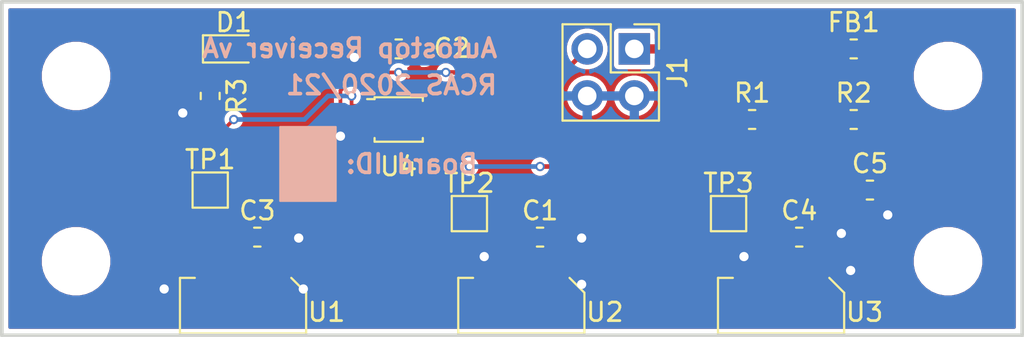
<source format=kicad_pcb>
(kicad_pcb (version 20171130) (host pcbnew "(5.1.6)-1")

  (general
    (thickness 1.6)
    (drawings 16)
    (tracks 99)
    (zones 0)
    (modules 25)
    (nets 11)
  )

  (page A3)
  (title_block
    (title "Autostop Receiver")
    (date 2021-05-31)
    (rev vA)
    (company "<Not Used>")
    (comment 1 JB)
    (comment 2 MJ)
    (comment 3 2)
    (comment 4 1.6mm)
  )

  (layers
    (0 Top.Copper signal)
    (31 Bottom.Copper signal)
    (34 B.Paste user)
    (35 F.Paste user)
    (36 B.SilkS user)
    (37 F.SilkS user)
    (38 B.Mask user)
    (39 F.Mask user)
    (40 Dwgs.User user hide)
    (44 Edge.Cuts user)
    (45 Margin user hide)
    (46 B.CrtYd user hide)
    (47 F.CrtYd user hide)
    (48 B.Fab user hide)
    (49 F.Fab user hide)
  )

  (setup
    (last_trace_width 0.2)
    (user_trace_width 0.25)
    (user_trace_width 0.5)
    (user_trace_width 0.75)
    (user_trace_width 1)
    (trace_clearance 0.25)
    (zone_clearance 0.508)
    (zone_45_only no)
    (trace_min 0.15)
    (via_size 0.5)
    (via_drill 0.3)
    (via_min_size 0.45)
    (via_min_drill 0.3)
    (user_via 0.5 0.3)
    (user_via 0.9 0.5)
    (uvia_size 0.3)
    (uvia_drill 0.1)
    (uvias_allowed no)
    (uvia_min_size 0.2)
    (uvia_min_drill 0.1)
    (edge_width 0.2)
    (segment_width 0.2)
    (pcb_text_width 0.3)
    (pcb_text_size 1.5 1.5)
    (mod_edge_width 0.12)
    (mod_text_size 0.8 0.8)
    (mod_text_width 0.15)
    (pad_size 1.524 1.524)
    (pad_drill 0.762)
    (pad_to_mask_clearance 0.051)
    (solder_mask_min_width 0.2)
    (aux_axis_origin 0 0)
    (visible_elements 7FFFFFFF)
    (pcbplotparams
      (layerselection 0x010fc_ffffffff)
      (usegerberextensions true)
      (usegerberattributes false)
      (usegerberadvancedattributes false)
      (creategerberjobfile true)
      (excludeedgelayer true)
      (linewidth 0.100000)
      (plotframeref false)
      (viasonmask false)
      (mode 1)
      (useauxorigin false)
      (hpglpennumber 1)
      (hpglpenspeed 20)
      (hpglpendiameter 15.000000)
      (psnegative false)
      (psa4output false)
      (plotreference true)
      (plotvalue true)
      (plotinvisibletext false)
      (padsonsilk false)
      (subtractmaskfromsilk true)
      (outputformat 1)
      (mirror false)
      (drillshape 0)
      (scaleselection 1)
      (outputdirectory "Outputs/Gerber"))
  )

  (net 0 "")
  (net 1 GND)
  (net 2 +3V3)
  (net 3 "Net-(FB1-Pad1)")
  (net 4 /A.B+~C)
  (net 5 "Net-(R1-Pad2)")
  (net 6 /SENSOR_C)
  (net 7 /SENSOR_A)
  (net 8 /SENSOR_B)
  (net 9 /~A.B)
  (net 10 "Net-(D1-Pad1)")

  (net_class Default "This is the default net class."
    (clearance 0.25)
    (trace_width 0.2)
    (via_dia 0.5)
    (via_drill 0.3)
    (uvia_dia 0.3)
    (uvia_drill 0.1)
    (add_net +3V3)
    (add_net /A.B+~C)
    (add_net /SENSOR_A)
    (add_net /SENSOR_B)
    (add_net /SENSOR_C)
    (add_net /~A.B)
    (add_net GND)
    (add_net "Net-(D1-Pad1)")
    (add_net "Net-(FB1-Pad1)")
    (add_net "Net-(R1-Pad2)")
  )

  (module RCAS_PCB_Texts:PCB_Title_&_Version (layer Bottom.Copper) (tedit 605B5C4B) (tstamp 60B5D150)
    (at 196.25 130)
    (fp_text reference REF** (at 0 2) (layer B.Fab)
      (effects (font (size 1 1) (thickness 0.15)) (justify mirror))
    )
    (fp_text value "Autostop Receiver vA" (at 0.5 -0.5) (layer B.SilkS)
      (effects (font (size 1 1) (thickness 0.2)) (justify mirror))
    )
  )

  (module RCAS_PCB_Texts:RCAS_Year (layer Bottom.Copper) (tedit 605B5BE1) (tstamp 60B5D13D)
    (at 207.5 135.75 180)
    (fp_text reference REF** (at 0 2) (layer B.Fab)
      (effects (font (size 1 1) (thickness 0.15)) (justify mirror))
    )
    (fp_text value RCAS_2020/21 (at 8.5 4.25) (layer B.SilkS)
      (effects (font (size 1 1) (thickness 0.2)) (justify mirror))
    )
  )

  (module RCAS_PCB_Texts:Board_Number (layer Bottom.Copper) (tedit 605B5AFC) (tstamp 60B5D124)
    (at 192.5 135.75)
    (fp_text reference REF** (at 2.5 0) (layer B.Fab)
      (effects (font (size 1 1) (thickness 0.15)) (justify mirror))
    )
    (fp_text value Board_Number (at 0 3) (layer B.Fab)
      (effects (font (size 1 1) (thickness 0.15)) (justify mirror))
    )
    (fp_poly (pts (xy 3.5 -2) (xy 0.5 -2) (xy 0.5 2) (xy 3.5 2)) (layer B.SilkS) (width 0.1))
    (fp_text user "Board ID:" (at 11.25 0) (layer B.SilkS)
      (effects (font (size 1 1) (thickness 0.2)) (justify left mirror))
    )
  )

  (module RCAS_Capacitor_SMD:C_0603_1608Metric_Pad1.05x0.95mm_HandSolder (layer Top.Copper) (tedit 5B301BBE) (tstamp 602674F2)
    (at 199.39 129.54 180)
    (descr "Capacitor SMD 0603 (1608 Metric), square (rectangular) end terminal, IPC_7351 nominal with elongated pad for handsoldering. (Body size source: http://www.tortai-tech.com/upload/download/2011102023233369053.pdf), generated with kicad-footprint-generator")
    (tags "capacitor handsolder")
    (path /6025F37B)
    (attr smd)
    (fp_text reference C2 (at -2.86 0.04) (layer F.SilkS)
      (effects (font (size 1 1) (thickness 0.15)))
    )
    (fp_text value 100nF (at 0 1.43) (layer F.Fab)
      (effects (font (size 1 1) (thickness 0.15)))
    )
    (fp_line (start 1.65 0.73) (end -1.65 0.73) (layer F.CrtYd) (width 0.05))
    (fp_line (start 1.65 -0.73) (end 1.65 0.73) (layer F.CrtYd) (width 0.05))
    (fp_line (start -1.65 -0.73) (end 1.65 -0.73) (layer F.CrtYd) (width 0.05))
    (fp_line (start -1.65 0.73) (end -1.65 -0.73) (layer F.CrtYd) (width 0.05))
    (fp_line (start -0.171267 0.51) (end 0.171267 0.51) (layer F.SilkS) (width 0.12))
    (fp_line (start -0.171267 -0.51) (end 0.171267 -0.51) (layer F.SilkS) (width 0.12))
    (fp_line (start 0.8 0.4) (end -0.8 0.4) (layer F.Fab) (width 0.1))
    (fp_line (start 0.8 -0.4) (end 0.8 0.4) (layer F.Fab) (width 0.1))
    (fp_line (start -0.8 -0.4) (end 0.8 -0.4) (layer F.Fab) (width 0.1))
    (fp_line (start -0.8 0.4) (end -0.8 -0.4) (layer F.Fab) (width 0.1))
    (fp_text user %R (at 0 0) (layer F.Fab)
      (effects (font (size 1 1) (thickness 0.15)))
    )
    (pad 2 smd roundrect (at 0.875 0 180) (size 1.05 0.95) (layers Top.Copper F.Paste F.Mask) (roundrect_rratio 0.25)
      (net 1 GND))
    (pad 1 smd roundrect (at -0.875 0 180) (size 1.05 0.95) (layers Top.Copper F.Paste F.Mask) (roundrect_rratio 0.25)
      (net 2 +3V3))
    (model ${KISYS3DMOD}/Capacitor_SMD.3dshapes/C_0603_1608Metric.wrl
      (at (xyz 0 0 0))
      (scale (xyz 1 1 1))
      (rotate (xyz 0 0 0))
    )
  )

  (module RCAS_Resistor_SMD:R_0603_1608Metric_Pad1.05x0.95mm_HandSolder (layer Top.Copper) (tedit 5B301BBD) (tstamp 60254D87)
    (at 189.23 132.08 270)
    (descr "Resistor SMD 0603 (1608 Metric), square (rectangular) end terminal, IPC_7351 nominal with elongated pad for handsoldering. (Body size source: http://www.tortai-tech.com/upload/download/2011102023233369053.pdf), generated with kicad-footprint-generator")
    (tags "resistor handsolder")
    (path /602573C9)
    (attr smd)
    (fp_text reference R3 (at 0 -1.43 90) (layer F.SilkS)
      (effects (font (size 1 1) (thickness 0.15)))
    )
    (fp_text value 1k (at 0 1.43 90) (layer F.Fab)
      (effects (font (size 1 1) (thickness 0.15)))
    )
    (fp_line (start -0.8 0.4) (end -0.8 -0.4) (layer F.Fab) (width 0.1))
    (fp_line (start -0.8 -0.4) (end 0.8 -0.4) (layer F.Fab) (width 0.1))
    (fp_line (start 0.8 -0.4) (end 0.8 0.4) (layer F.Fab) (width 0.1))
    (fp_line (start 0.8 0.4) (end -0.8 0.4) (layer F.Fab) (width 0.1))
    (fp_line (start -0.171267 -0.51) (end 0.171267 -0.51) (layer F.SilkS) (width 0.12))
    (fp_line (start -0.171267 0.51) (end 0.171267 0.51) (layer F.SilkS) (width 0.12))
    (fp_line (start -1.65 0.73) (end -1.65 -0.73) (layer F.CrtYd) (width 0.05))
    (fp_line (start -1.65 -0.73) (end 1.65 -0.73) (layer F.CrtYd) (width 0.05))
    (fp_line (start 1.65 -0.73) (end 1.65 0.73) (layer F.CrtYd) (width 0.05))
    (fp_line (start 1.65 0.73) (end -1.65 0.73) (layer F.CrtYd) (width 0.05))
    (fp_text user %R (at 0 0 90) (layer F.Fab)
      (effects (font (size 1 1) (thickness 0.15)))
    )
    (pad 2 smd roundrect (at 0.875 0 270) (size 1.05 0.95) (layers Top.Copper F.Paste F.Mask) (roundrect_rratio 0.25)
      (net 1 GND))
    (pad 1 smd roundrect (at -0.875 0 270) (size 1.05 0.95) (layers Top.Copper F.Paste F.Mask) (roundrect_rratio 0.25)
      (net 10 "Net-(D1-Pad1)"))
    (model ${KISYS3DMOD}/Resistor_SMD.3dshapes/R_0603_1608Metric.wrl
      (at (xyz 0 0 0))
      (scale (xyz 1 1 1))
      (rotate (xyz 0 0 0))
    )
  )

  (module RCAS_LED_SMD:LED_0603_1608Metric_Pad1.05x0.95mm_HandSolder (layer Top.Copper) (tedit 5B4B45C9) (tstamp 60254CAC)
    (at 190.5 129.54)
    (descr "LED SMD 0603 (1608 Metric), square (rectangular) end terminal, IPC_7351 nominal, (Body size source: http://www.tortai-tech.com/upload/download/2011102023233369053.pdf), generated with kicad-footprint-generator")
    (tags "LED handsolder")
    (path /60256551)
    (attr smd)
    (fp_text reference D1 (at 0 -1.43) (layer F.SilkS)
      (effects (font (size 1 1) (thickness 0.15)))
    )
    (fp_text value "Green LED" (at 0 1.43) (layer F.Fab)
      (effects (font (size 1 1) (thickness 0.15)))
    )
    (fp_line (start 0.8 -0.4) (end -0.5 -0.4) (layer F.Fab) (width 0.1))
    (fp_line (start -0.5 -0.4) (end -0.8 -0.1) (layer F.Fab) (width 0.1))
    (fp_line (start -0.8 -0.1) (end -0.8 0.4) (layer F.Fab) (width 0.1))
    (fp_line (start -0.8 0.4) (end 0.8 0.4) (layer F.Fab) (width 0.1))
    (fp_line (start 0.8 0.4) (end 0.8 -0.4) (layer F.Fab) (width 0.1))
    (fp_line (start 0.8 -0.735) (end -1.66 -0.735) (layer F.SilkS) (width 0.12))
    (fp_line (start -1.66 -0.735) (end -1.66 0.735) (layer F.SilkS) (width 0.12))
    (fp_line (start -1.66 0.735) (end 0.8 0.735) (layer F.SilkS) (width 0.12))
    (fp_line (start -1.65 0.73) (end -1.65 -0.73) (layer F.CrtYd) (width 0.05))
    (fp_line (start -1.65 -0.73) (end 1.65 -0.73) (layer F.CrtYd) (width 0.05))
    (fp_line (start 1.65 -0.73) (end 1.65 0.73) (layer F.CrtYd) (width 0.05))
    (fp_line (start 1.65 0.73) (end -1.65 0.73) (layer F.CrtYd) (width 0.05))
    (fp_text user %R (at 0 0) (layer F.Fab)
      (effects (font (size 1 1) (thickness 0.15)))
    )
    (pad 2 smd roundrect (at 0.875 0) (size 1.05 0.95) (layers Top.Copper F.Paste F.Mask) (roundrect_rratio 0.25)
      (net 2 +3V3))
    (pad 1 smd roundrect (at -0.875 0) (size 1.05 0.95) (layers Top.Copper F.Paste F.Mask) (roundrect_rratio 0.25)
      (net 10 "Net-(D1-Pad1)"))
    (model ${KISYS3DMOD}/LED_SMD.3dshapes/LED_0603_1608Metric.wrl
      (at (xyz 0 0 0))
      (scale (xyz 1 1 1))
      (rotate (xyz 0 0 0))
    )
  )

  (module RCAS_Connector_PinHeader_2.54mm:PinHeader_2x02_P2.54mm_Vertical (layer Top.Copper) (tedit 59FED5CC) (tstamp 60267DCC)
    (at 212.09 129.54 270)
    (descr "Through hole straight pin header, 2x02, 2.54mm pitch, double rows")
    (tags "Through hole pin header THT 2x02 2.54mm double row")
    (path /60268ABE)
    (fp_text reference J1 (at 1.27 -2.33 90) (layer F.SilkS)
      (effects (font (size 1 1) (thickness 0.15)))
    )
    (fp_text value Header (at 1.27 4.87 90) (layer F.Fab)
      (effects (font (size 1 1) (thickness 0.15)))
    )
    (fp_line (start 4.35 -1.8) (end -1.8 -1.8) (layer F.CrtYd) (width 0.05))
    (fp_line (start 4.35 4.35) (end 4.35 -1.8) (layer F.CrtYd) (width 0.05))
    (fp_line (start -1.8 4.35) (end 4.35 4.35) (layer F.CrtYd) (width 0.05))
    (fp_line (start -1.8 -1.8) (end -1.8 4.35) (layer F.CrtYd) (width 0.05))
    (fp_line (start -1.33 -1.33) (end 0 -1.33) (layer F.SilkS) (width 0.12))
    (fp_line (start -1.33 0) (end -1.33 -1.33) (layer F.SilkS) (width 0.12))
    (fp_line (start 1.27 -1.33) (end 3.87 -1.33) (layer F.SilkS) (width 0.12))
    (fp_line (start 1.27 1.27) (end 1.27 -1.33) (layer F.SilkS) (width 0.12))
    (fp_line (start -1.33 1.27) (end 1.27 1.27) (layer F.SilkS) (width 0.12))
    (fp_line (start 3.87 -1.33) (end 3.87 3.87) (layer F.SilkS) (width 0.12))
    (fp_line (start -1.33 1.27) (end -1.33 3.87) (layer F.SilkS) (width 0.12))
    (fp_line (start -1.33 3.87) (end 3.87 3.87) (layer F.SilkS) (width 0.12))
    (fp_line (start -1.27 0) (end 0 -1.27) (layer F.Fab) (width 0.1))
    (fp_line (start -1.27 3.81) (end -1.27 0) (layer F.Fab) (width 0.1))
    (fp_line (start 3.81 3.81) (end -1.27 3.81) (layer F.Fab) (width 0.1))
    (fp_line (start 3.81 -1.27) (end 3.81 3.81) (layer F.Fab) (width 0.1))
    (fp_line (start 0 -1.27) (end 3.81 -1.27) (layer F.Fab) (width 0.1))
    (fp_text user %R (at 1.27 1.27) (layer F.Fab)
      (effects (font (size 1 1) (thickness 0.15)))
    )
    (pad 4 thru_hole oval (at 2.54 2.54 270) (size 1.7 1.7) (drill 1) (layers *.Cu *.Mask)
      (net 1 GND))
    (pad 3 thru_hole oval (at 0 2.54 270) (size 1.7 1.7) (drill 1) (layers *.Cu *.Mask)
      (net 4 /A.B+~C))
    (pad 2 thru_hole oval (at 2.54 0 270) (size 1.7 1.7) (drill 1) (layers *.Cu *.Mask)
      (net 1 GND))
    (pad 1 thru_hole rect (at 0 0 270) (size 1.7 1.7) (drill 1) (layers *.Cu *.Mask)
      (net 3 "Net-(FB1-Pad1)"))
  )

  (module RCAS_MountingHole:MountingHole_3.2mm_M3 (layer Top.Copper) (tedit 56D1B4CB) (tstamp 602673FF)
    (at 182 141)
    (descr "Mounting Hole 3.2mm, no annular, M3")
    (tags "mounting hole 3.2mm no annular m3")
    (path /60253294)
    (attr virtual)
    (fp_text reference H2 (at 0 -4.2) (layer F.SilkS) hide
      (effects (font (size 1 1) (thickness 0.15)))
    )
    (fp_text value M3 (at 0 4.2) (layer F.Fab)
      (effects (font (size 1 1) (thickness 0.15)))
    )
    (fp_circle (center 0 0) (end 3.45 0) (layer F.CrtYd) (width 0.05))
    (fp_circle (center 0 0) (end 3.2 0) (layer Cmts.User) (width 0.15))
    (fp_text user %R (at 0.3 0) (layer F.Fab)
      (effects (font (size 1 1) (thickness 0.15)))
    )
    (pad 1 np_thru_hole circle (at 0 0) (size 3.2 3.2) (drill 3.2) (layers *.Cu *.Mask))
  )

  (module RCAS_MountingHole:MountingHole_3.2mm_M3 (layer Top.Copper) (tedit 56D1B4CB) (tstamp 602673D5)
    (at 229 141)
    (descr "Mounting Hole 3.2mm, no annular, M3")
    (tags "mounting hole 3.2mm no annular m3")
    (path /6025367E)
    (attr virtual)
    (fp_text reference H4 (at 0 -4.2) (layer F.SilkS) hide
      (effects (font (size 1 1) (thickness 0.15)))
    )
    (fp_text value M3 (at 0 4.2) (layer F.Fab)
      (effects (font (size 1 1) (thickness 0.15)))
    )
    (fp_circle (center 0 0) (end 3.45 0) (layer F.CrtYd) (width 0.05))
    (fp_circle (center 0 0) (end 3.2 0) (layer Cmts.User) (width 0.15))
    (fp_text user %R (at 0.3 0) (layer F.Fab)
      (effects (font (size 1 1) (thickness 0.15)))
    )
    (pad 1 np_thru_hole circle (at 0 0) (size 3.2 3.2) (drill 3.2) (layers *.Cu *.Mask))
  )

  (module RCAS_Sensor:TSOP75xxx_IR_Receiver_Module (layer Top.Copper) (tedit 6025170B) (tstamp 6026737E)
    (at 206 142.5 180)
    (descr "Vishay IR Receiver Module for TSOP75 Series, 1.27mm pitch")
    (path /6025F36A)
    (attr smd)
    (fp_text reference U2 (at -4.5 -1.25) (layer F.SilkS)
      (effects (font (size 1 1) (thickness 0.15)))
    )
    (fp_text value TSOP75438 (at 0 -0.6) (layer F.Fab)
      (effects (font (size 1 1) (thickness 0.15)))
    )
    (fp_line (start 3.4 0.6) (end 2.6 0.6) (layer F.SilkS) (width 0.12))
    (fp_line (start 3.4 -2.4) (end 3.4 0.6) (layer F.SilkS) (width 0.12))
    (fp_line (start -3.4 -2.4) (end 3.4 -2.4) (layer F.SilkS) (width 0.12))
    (fp_line (start -3.4 -0.2) (end -2.6 0.6) (layer F.SilkS) (width 0.12))
    (fp_line (start -3.4 -2.4) (end -3.4 -0.2) (layer F.SilkS) (width 0.12))
    (fp_line (start 3.4 -2.4) (end 3.4 0.6) (layer F.Fab) (width 0.12))
    (fp_line (start -3.4 -2.4) (end 3.4 -2.4) (layer F.Fab) (width 0.12))
    (fp_line (start -3.4 0.6) (end -3.4 -2.4) (layer F.Fab) (width 0.12))
    (fp_line (start 3.4 0.6) (end -3.4 0.6) (layer F.Fab) (width 0.12))
    (pad 4 smd rect (at 1.905 0 180) (size 0.8 1.8) (layers Top.Copper F.Paste F.Mask)
      (net 1 GND))
    (pad 3 smd rect (at 0.635 0 180) (size 0.8 1.8) (layers Top.Copper F.Paste F.Mask)
      (net 8 /SENSOR_B))
    (pad 2 smd rect (at -0.635 0 180) (size 0.8 1.8) (layers Top.Copper F.Paste F.Mask)
      (net 2 +3V3))
    (pad 1 smd rect (at -1.905 0 180) (size 0.8 1.8) (layers Top.Copper F.Paste F.Mask)
      (net 1 GND))
    (model ${KICAD_RCAS_3DMOD_DIR}/Vishay_TSOP75xxx.step
      (offset (xyz 0 1 0.25))
      (scale (xyz 1 1 1))
      (rotate (xyz 0 0 0))
    )
  )

  (module RCAS_Sensor:TSOP75xxx_IR_Receiver_Module (layer Top.Copper) (tedit 6025170B) (tstamp 6026731E)
    (at 191 142.5 180)
    (descr "Vishay IR Receiver Module for TSOP75 Series, 1.27mm pitch")
    (path /6025921D)
    (attr smd)
    (fp_text reference U1 (at -4.5 -1.25) (layer F.SilkS)
      (effects (font (size 1 1) (thickness 0.15)))
    )
    (fp_text value TSOP75438 (at 0 -0.6) (layer F.Fab)
      (effects (font (size 1 1) (thickness 0.15)))
    )
    (fp_line (start 3.4 0.6) (end 2.6 0.6) (layer F.SilkS) (width 0.12))
    (fp_line (start 3.4 -2.4) (end 3.4 0.6) (layer F.SilkS) (width 0.12))
    (fp_line (start -3.4 -2.4) (end 3.4 -2.4) (layer F.SilkS) (width 0.12))
    (fp_line (start -3.4 -0.2) (end -2.6 0.6) (layer F.SilkS) (width 0.12))
    (fp_line (start -3.4 -2.4) (end -3.4 -0.2) (layer F.SilkS) (width 0.12))
    (fp_line (start 3.4 -2.4) (end 3.4 0.6) (layer F.Fab) (width 0.12))
    (fp_line (start -3.4 -2.4) (end 3.4 -2.4) (layer F.Fab) (width 0.12))
    (fp_line (start -3.4 0.6) (end -3.4 -2.4) (layer F.Fab) (width 0.12))
    (fp_line (start 3.4 0.6) (end -3.4 0.6) (layer F.Fab) (width 0.12))
    (pad 4 smd rect (at 1.905 0 180) (size 0.8 1.8) (layers Top.Copper F.Paste F.Mask)
      (net 1 GND))
    (pad 3 smd rect (at 0.635 0 180) (size 0.8 1.8) (layers Top.Copper F.Paste F.Mask)
      (net 7 /SENSOR_A))
    (pad 2 smd rect (at -0.635 0 180) (size 0.8 1.8) (layers Top.Copper F.Paste F.Mask)
      (net 2 +3V3))
    (pad 1 smd rect (at -1.905 0 180) (size 0.8 1.8) (layers Top.Copper F.Paste F.Mask)
      (net 1 GND))
    (model ${KICAD_RCAS_3DMOD_DIR}/Vishay_TSOP75xxx.step
      (offset (xyz 0 1 0.25))
      (scale (xyz 1 1 1))
      (rotate (xyz 0 0 0))
    )
  )

  (module RCAS_Sensor:TSOP75xxx_IR_Receiver_Module (layer Top.Copper) (tedit 6025170B) (tstamp 602672EE)
    (at 220 142.5 180)
    (descr "Vishay IR Receiver Module for TSOP75 Series, 1.27mm pitch")
    (path /602612B8)
    (attr smd)
    (fp_text reference U3 (at -4.5 -1.25) (layer F.SilkS)
      (effects (font (size 1 1) (thickness 0.15)))
    )
    (fp_text value TSOP75436 (at 0 -0.6) (layer F.Fab)
      (effects (font (size 1 1) (thickness 0.15)))
    )
    (fp_line (start 3.4 0.6) (end 2.6 0.6) (layer F.SilkS) (width 0.12))
    (fp_line (start 3.4 -2.4) (end 3.4 0.6) (layer F.SilkS) (width 0.12))
    (fp_line (start -3.4 -2.4) (end 3.4 -2.4) (layer F.SilkS) (width 0.12))
    (fp_line (start -3.4 -0.2) (end -2.6 0.6) (layer F.SilkS) (width 0.12))
    (fp_line (start -3.4 -2.4) (end -3.4 -0.2) (layer F.SilkS) (width 0.12))
    (fp_line (start 3.4 -2.4) (end 3.4 0.6) (layer F.Fab) (width 0.12))
    (fp_line (start -3.4 -2.4) (end 3.4 -2.4) (layer F.Fab) (width 0.12))
    (fp_line (start -3.4 0.6) (end -3.4 -2.4) (layer F.Fab) (width 0.12))
    (fp_line (start 3.4 0.6) (end -3.4 0.6) (layer F.Fab) (width 0.12))
    (pad 4 smd rect (at 1.905 0 180) (size 0.8 1.8) (layers Top.Copper F.Paste F.Mask)
      (net 1 GND))
    (pad 3 smd rect (at 0.635 0 180) (size 0.8 1.8) (layers Top.Copper F.Paste F.Mask)
      (net 5 "Net-(R1-Pad2)"))
    (pad 2 smd rect (at -0.635 0 180) (size 0.8 1.8) (layers Top.Copper F.Paste F.Mask)
      (net 2 +3V3))
    (pad 1 smd rect (at -1.905 0 180) (size 0.8 1.8) (layers Top.Copper F.Paste F.Mask)
      (net 1 GND))
    (model ${KICAD_RCAS_3DMOD_DIR}/Vishay_TSOP75xxx.step
      (offset (xyz 0 1 0.25))
      (scale (xyz 1 1 1))
      (rotate (xyz 0 0 0))
    )
  )

  (module RCAS_MountingHole:MountingHole_3.2mm_M3 (layer Top.Copper) (tedit 56D1B4CB) (tstamp 602674A4)
    (at 182 131)
    (descr "Mounting Hole 3.2mm, no annular, M3")
    (tags "mounting hole 3.2mm no annular m3")
    (path /60252380)
    (attr virtual)
    (fp_text reference H1 (at 0 -4.2) (layer F.SilkS) hide
      (effects (font (size 1 1) (thickness 0.15)))
    )
    (fp_text value M3 (at 0 4.2) (layer F.Fab)
      (effects (font (size 1 1) (thickness 0.15)))
    )
    (fp_circle (center 0 0) (end 3.45 0) (layer F.CrtYd) (width 0.05))
    (fp_circle (center 0 0) (end 3.2 0) (layer Cmts.User) (width 0.15))
    (fp_text user %R (at 0.3 0) (layer F.Fab)
      (effects (font (size 1 1) (thickness 0.15)))
    )
    (pad 1 np_thru_hole circle (at 0 0) (size 3.2 3.2) (drill 3.2) (layers *.Cu *.Mask))
  )

  (module RCAS_TestPoint:TestPoint_Pad_1.5x1.5mm (layer Top.Copper) (tedit 5A0F774F) (tstamp 60267204)
    (at 217.17 138.43)
    (descr "SMD rectangular pad as test Point, square 1.5mm side length")
    (tags "test point SMD pad rectangle square")
    (path /60274B24)
    (attr virtual)
    (fp_text reference TP3 (at 0 -1.648) (layer F.SilkS)
      (effects (font (size 1 1) (thickness 0.15)))
    )
    (fp_text value "Test Point" (at 0 1.75) (layer F.Fab)
      (effects (font (size 1 1) (thickness 0.15)))
    )
    (fp_line (start 1.25 1.25) (end -1.25 1.25) (layer F.CrtYd) (width 0.05))
    (fp_line (start 1.25 1.25) (end 1.25 -1.25) (layer F.CrtYd) (width 0.05))
    (fp_line (start -1.25 -1.25) (end -1.25 1.25) (layer F.CrtYd) (width 0.05))
    (fp_line (start -1.25 -1.25) (end 1.25 -1.25) (layer F.CrtYd) (width 0.05))
    (fp_line (start -0.95 0.95) (end -0.95 -0.95) (layer F.SilkS) (width 0.12))
    (fp_line (start 0.95 0.95) (end -0.95 0.95) (layer F.SilkS) (width 0.12))
    (fp_line (start 0.95 -0.95) (end 0.95 0.95) (layer F.SilkS) (width 0.12))
    (fp_line (start -0.95 -0.95) (end 0.95 -0.95) (layer F.SilkS) (width 0.12))
    (fp_text user %R (at 0 -1.65) (layer F.Fab)
      (effects (font (size 1 1) (thickness 0.15)))
    )
    (pad 1 smd rect (at 0 0) (size 1.5 1.5) (layers Top.Copper F.Mask)
      (net 6 /SENSOR_C))
  )

  (module RCAS_TestPoint:TestPoint_Pad_1.5x1.5mm (layer Top.Copper) (tedit 5A0F774F) (tstamp 6026722B)
    (at 203.2 138.43)
    (descr "SMD rectangular pad as test Point, square 1.5mm side length")
    (tags "test point SMD pad rectangle square")
    (path /602747FF)
    (attr virtual)
    (fp_text reference TP2 (at 0 -1.648) (layer F.SilkS)
      (effects (font (size 1 1) (thickness 0.15)))
    )
    (fp_text value TestPoint (at 0 1.75) (layer F.Fab)
      (effects (font (size 1 1) (thickness 0.15)))
    )
    (fp_line (start 1.25 1.25) (end -1.25 1.25) (layer F.CrtYd) (width 0.05))
    (fp_line (start 1.25 1.25) (end 1.25 -1.25) (layer F.CrtYd) (width 0.05))
    (fp_line (start -1.25 -1.25) (end -1.25 1.25) (layer F.CrtYd) (width 0.05))
    (fp_line (start -1.25 -1.25) (end 1.25 -1.25) (layer F.CrtYd) (width 0.05))
    (fp_line (start -0.95 0.95) (end -0.95 -0.95) (layer F.SilkS) (width 0.12))
    (fp_line (start 0.95 0.95) (end -0.95 0.95) (layer F.SilkS) (width 0.12))
    (fp_line (start 0.95 -0.95) (end 0.95 0.95) (layer F.SilkS) (width 0.12))
    (fp_line (start -0.95 -0.95) (end 0.95 -0.95) (layer F.SilkS) (width 0.12))
    (fp_text user %R (at 0 -1.65) (layer F.Fab)
      (effects (font (size 1 1) (thickness 0.15)))
    )
    (pad 1 smd rect (at 0 0) (size 1.5 1.5) (layers Top.Copper F.Mask)
      (net 8 /SENSOR_B))
  )

  (module RCAS_TestPoint:TestPoint_Pad_1.5x1.5mm (layer Top.Copper) (tedit 5A0F774F) (tstamp 602671DD)
    (at 189.23 137.16)
    (descr "SMD rectangular pad as test Point, square 1.5mm side length")
    (tags "test point SMD pad rectangle square")
    (path /60273EA4)
    (attr virtual)
    (fp_text reference TP1 (at 0 -1.648) (layer F.SilkS)
      (effects (font (size 1 1) (thickness 0.15)))
    )
    (fp_text value TestPoint (at 0 1.75) (layer F.Fab)
      (effects (font (size 1 1) (thickness 0.15)))
    )
    (fp_line (start -0.95 -0.95) (end 0.95 -0.95) (layer F.SilkS) (width 0.12))
    (fp_line (start 0.95 -0.95) (end 0.95 0.95) (layer F.SilkS) (width 0.12))
    (fp_line (start 0.95 0.95) (end -0.95 0.95) (layer F.SilkS) (width 0.12))
    (fp_line (start -0.95 0.95) (end -0.95 -0.95) (layer F.SilkS) (width 0.12))
    (fp_line (start -1.25 -1.25) (end 1.25 -1.25) (layer F.CrtYd) (width 0.05))
    (fp_line (start -1.25 -1.25) (end -1.25 1.25) (layer F.CrtYd) (width 0.05))
    (fp_line (start 1.25 1.25) (end 1.25 -1.25) (layer F.CrtYd) (width 0.05))
    (fp_line (start 1.25 1.25) (end -1.25 1.25) (layer F.CrtYd) (width 0.05))
    (fp_text user %R (at 0 -1.65) (layer F.Fab)
      (effects (font (size 1 1) (thickness 0.15)))
    )
    (pad 1 smd rect (at 0 0) (size 1.5 1.5) (layers Top.Copper F.Mask)
      (net 7 /SENSOR_A))
  )

  (module RCAS_Package_SO:VSSOP-8_2.4x2.1mm_P0.5mm (layer Top.Copper) (tedit 5A02F25C) (tstamp 602672A6)
    (at 199.39 133.35)
    (descr http://www.ti.com/lit/ml/mpds050d/mpds050d.pdf)
    (tags "VSSOP DCU R-PDSO-G8 Pitch0.5mm")
    (path /6024BB4B)
    (attr smd)
    (fp_text reference U4 (at 0 2.54) (layer F.SilkS)
      (effects (font (size 1 1) (thickness 0.15)))
    )
    (fp_text value SN74LVC2G132 (at 0 2.413) (layer F.Fab)
      (effects (font (size 1 1) (thickness 0.15)))
    )
    (fp_line (start -1.2 1.05) (end 1.2 1.05) (layer F.Fab) (width 0.1))
    (fp_line (start 1.2 1.05) (end 1.2 -1.05) (layer F.Fab) (width 0.1))
    (fp_line (start 1.2 -1.05) (end -0.9 -1.05) (layer F.Fab) (width 0.1))
    (fp_line (start -0.9 -1.05) (end -1.2 -0.7) (layer F.Fab) (width 0.1))
    (fp_line (start -1.2 -0.7) (end -1.2 1.05) (layer F.Fab) (width 0.1))
    (fp_line (start -1.3 1.2) (end 1.3 1.2) (layer F.SilkS) (width 0.12))
    (fp_line (start 1.3 1.2) (end 1.3 1) (layer F.SilkS) (width 0.12))
    (fp_line (start 1.3 -1) (end 1.3 -1.2) (layer F.SilkS) (width 0.12))
    (fp_line (start 1.3 -1.2) (end -1.3 -1.2) (layer F.SilkS) (width 0.12))
    (fp_line (start -1.3 -1.2) (end -1.3 -1.1) (layer F.SilkS) (width 0.12))
    (fp_line (start -1.3 -1.1) (end -1.7 -1.1) (layer F.SilkS) (width 0.12))
    (fp_line (start -1.3 1.2) (end -1.3 1) (layer F.SilkS) (width 0.12))
    (fp_line (start -2.18 -1.3) (end 2.18 -1.3) (layer F.CrtYd) (width 0.05))
    (fp_line (start 2.18 -1.3) (end 2.18 1.3) (layer F.CrtYd) (width 0.05))
    (fp_line (start 2.18 1.3) (end -2.18 1.3) (layer F.CrtYd) (width 0.05))
    (fp_line (start -2.18 1.3) (end -2.18 -1.3) (layer F.CrtYd) (width 0.05))
    (fp_text user %R (at 0 0) (layer F.Fab)
      (effects (font (size 1 1) (thickness 0.15)))
    )
    (pad 8 smd rect (at 1.55 -0.75) (size 0.75 0.25) (layers Top.Copper F.Paste F.Mask)
      (net 2 +3V3))
    (pad 7 smd rect (at 1.55 -0.25) (size 0.75 0.25) (layers Top.Copper F.Paste F.Mask)
      (net 9 /~A.B))
    (pad 6 smd rect (at 1.55 0.25) (size 0.75 0.25) (layers Top.Copper F.Paste F.Mask)
      (net 9 /~A.B))
    (pad 5 smd rect (at 1.55 0.75) (size 0.75 0.25) (layers Top.Copper F.Paste F.Mask)
      (net 6 /SENSOR_C))
    (pad 4 smd rect (at -1.55 0.75) (size 0.75 0.25) (layers Top.Copper F.Paste F.Mask)
      (net 1 GND))
    (pad 3 smd rect (at -1.55 0.25) (size 0.75 0.25) (layers Top.Copper F.Paste F.Mask)
      (net 4 /A.B+~C))
    (pad 2 smd rect (at -1.55 -0.25) (size 0.75 0.25) (layers Top.Copper F.Paste F.Mask)
      (net 8 /SENSOR_B))
    (pad 1 smd rect (at -1.55 -0.75) (size 0.75 0.25) (layers Top.Copper F.Paste F.Mask)
      (net 7 /SENSOR_A))
    (model ${KISYS3DMOD}/Package_SO.3dshapes/VSSOP-8_2.4x2.1mm_P0.5mm.wrl
      (at (xyz 0 0 0))
      (scale (xyz 1 1 1))
      (rotate (xyz 0 0 0))
    )
  )

  (module RCAS_Resistor_SMD:R_0603_1608Metric_Pad1.05x0.95mm_HandSolder (layer Top.Copper) (tedit 5B301BBD) (tstamp 602673AE)
    (at 223.915 133.35)
    (descr "Resistor SMD 0603 (1608 Metric), square (rectangular) end terminal, IPC_7351 nominal with elongated pad for handsoldering. (Body size source: http://www.tortai-tech.com/upload/download/2011102023233369053.pdf), generated with kicad-footprint-generator")
    (tags "resistor handsolder")
    (path /6026FFE3)
    (attr smd)
    (fp_text reference R2 (at 0 -1.43) (layer F.SilkS)
      (effects (font (size 1 1) (thickness 0.15)))
    )
    (fp_text value 10k (at 0 1.43) (layer F.Fab)
      (effects (font (size 1 1) (thickness 0.15)))
    )
    (fp_line (start 1.65 0.73) (end -1.65 0.73) (layer F.CrtYd) (width 0.05))
    (fp_line (start 1.65 -0.73) (end 1.65 0.73) (layer F.CrtYd) (width 0.05))
    (fp_line (start -1.65 -0.73) (end 1.65 -0.73) (layer F.CrtYd) (width 0.05))
    (fp_line (start -1.65 0.73) (end -1.65 -0.73) (layer F.CrtYd) (width 0.05))
    (fp_line (start -0.171267 0.51) (end 0.171267 0.51) (layer F.SilkS) (width 0.12))
    (fp_line (start -0.171267 -0.51) (end 0.171267 -0.51) (layer F.SilkS) (width 0.12))
    (fp_line (start 0.8 0.4) (end -0.8 0.4) (layer F.Fab) (width 0.1))
    (fp_line (start 0.8 -0.4) (end 0.8 0.4) (layer F.Fab) (width 0.1))
    (fp_line (start -0.8 -0.4) (end 0.8 -0.4) (layer F.Fab) (width 0.1))
    (fp_line (start -0.8 0.4) (end -0.8 -0.4) (layer F.Fab) (width 0.1))
    (fp_text user %R (at 0 0) (layer F.Fab)
      (effects (font (size 1 1) (thickness 0.15)))
    )
    (pad 2 smd roundrect (at 0.875 0) (size 1.05 0.95) (layers Top.Copper F.Paste F.Mask) (roundrect_rratio 0.25)
      (net 2 +3V3))
    (pad 1 smd roundrect (at -0.875 0) (size 1.05 0.95) (layers Top.Copper F.Paste F.Mask) (roundrect_rratio 0.25)
      (net 6 /SENSOR_C))
    (model ${KISYS3DMOD}/Resistor_SMD.3dshapes/R_0603_1608Metric.wrl
      (at (xyz 0 0 0))
      (scale (xyz 1 1 1))
      (rotate (xyz 0 0 0))
    )
  )

  (module RCAS_Resistor_SMD:R_0603_1608Metric_Pad1.05x0.95mm_HandSolder (layer Top.Copper) (tedit 5B301BBD) (tstamp 6026734E)
    (at 218.44 133.35)
    (descr "Resistor SMD 0603 (1608 Metric), square (rectangular) end terminal, IPC_7351 nominal with elongated pad for handsoldering. (Body size source: http://www.tortai-tech.com/upload/download/2011102023233369053.pdf), generated with kicad-footprint-generator")
    (tags "resistor handsolder")
    (path /6026D356)
    (attr smd)
    (fp_text reference R1 (at 0 -1.43) (layer F.SilkS)
      (effects (font (size 1 1) (thickness 0.15)))
    )
    (fp_text value 0R (at 0 1.43) (layer F.Fab)
      (effects (font (size 1 1) (thickness 0.15)))
    )
    (fp_line (start 1.65 0.73) (end -1.65 0.73) (layer F.CrtYd) (width 0.05))
    (fp_line (start 1.65 -0.73) (end 1.65 0.73) (layer F.CrtYd) (width 0.05))
    (fp_line (start -1.65 -0.73) (end 1.65 -0.73) (layer F.CrtYd) (width 0.05))
    (fp_line (start -1.65 0.73) (end -1.65 -0.73) (layer F.CrtYd) (width 0.05))
    (fp_line (start -0.171267 0.51) (end 0.171267 0.51) (layer F.SilkS) (width 0.12))
    (fp_line (start -0.171267 -0.51) (end 0.171267 -0.51) (layer F.SilkS) (width 0.12))
    (fp_line (start 0.8 0.4) (end -0.8 0.4) (layer F.Fab) (width 0.1))
    (fp_line (start 0.8 -0.4) (end 0.8 0.4) (layer F.Fab) (width 0.1))
    (fp_line (start -0.8 -0.4) (end 0.8 -0.4) (layer F.Fab) (width 0.1))
    (fp_line (start -0.8 0.4) (end -0.8 -0.4) (layer F.Fab) (width 0.1))
    (fp_text user %R (at 0 0) (layer F.Fab)
      (effects (font (size 1 1) (thickness 0.15)))
    )
    (pad 2 smd roundrect (at 0.875 0) (size 1.05 0.95) (layers Top.Copper F.Paste F.Mask) (roundrect_rratio 0.25)
      (net 5 "Net-(R1-Pad2)"))
    (pad 1 smd roundrect (at -0.875 0) (size 1.05 0.95) (layers Top.Copper F.Paste F.Mask) (roundrect_rratio 0.25)
      (net 6 /SENSOR_C))
    (model ${KISYS3DMOD}/Resistor_SMD.3dshapes/R_0603_1608Metric.wrl
      (at (xyz 0 0 0))
      (scale (xyz 1 1 1))
      (rotate (xyz 0 0 0))
    )
  )

  (module RCAS_MountingHole:MountingHole_3.2mm_M3 (layer Top.Copper) (tedit 56D1B4CB) (tstamp 602676D4)
    (at 229 131)
    (descr "Mounting Hole 3.2mm, no annular, M3")
    (tags "mounting hole 3.2mm no annular m3")
    (path /6025349A)
    (attr virtual)
    (fp_text reference H3 (at 0 -4.2) (layer F.SilkS) hide
      (effects (font (size 1 1) (thickness 0.15)))
    )
    (fp_text value M3 (at 0 4.2) (layer F.Fab)
      (effects (font (size 1 1) (thickness 0.15)))
    )
    (fp_circle (center 0 0) (end 3.45 0) (layer F.CrtYd) (width 0.05))
    (fp_circle (center 0 0) (end 3.2 0) (layer Cmts.User) (width 0.15))
    (fp_text user %R (at 0.3 0) (layer F.Fab)
      (effects (font (size 1 1) (thickness 0.15)))
    )
    (pad 1 np_thru_hole circle (at 0 0) (size 3.2 3.2) (drill 3.2) (layers *.Cu *.Mask))
  )

  (module RCAS_Inductor_SMD:L_0603_1608Metric_Pad1.05x0.95mm_HandSolder (layer Top.Copper) (tedit 5B301BBE) (tstamp 6026741D)
    (at 223.915 129.54)
    (descr "Capacitor SMD 0603 (1608 Metric), square (rectangular) end terminal, IPC_7351 nominal with elongated pad for handsoldering. (Body size source: http://www.tortai-tech.com/upload/download/2011102023233369053.pdf), generated with kicad-footprint-generator")
    (tags "inductor handsolder")
    (path /602574BA)
    (attr smd)
    (fp_text reference FB1 (at 0 -1.43) (layer F.SilkS)
      (effects (font (size 1 1) (thickness 0.15)))
    )
    (fp_text value "1k, 600mA" (at 0 1.43) (layer F.Fab)
      (effects (font (size 1 1) (thickness 0.15)))
    )
    (fp_line (start 1.65 0.73) (end -1.65 0.73) (layer F.CrtYd) (width 0.05))
    (fp_line (start 1.65 -0.73) (end 1.65 0.73) (layer F.CrtYd) (width 0.05))
    (fp_line (start -1.65 -0.73) (end 1.65 -0.73) (layer F.CrtYd) (width 0.05))
    (fp_line (start -1.65 0.73) (end -1.65 -0.73) (layer F.CrtYd) (width 0.05))
    (fp_line (start -0.171267 0.51) (end 0.171267 0.51) (layer F.SilkS) (width 0.12))
    (fp_line (start -0.171267 -0.51) (end 0.171267 -0.51) (layer F.SilkS) (width 0.12))
    (fp_line (start 0.8 0.4) (end -0.8 0.4) (layer F.Fab) (width 0.1))
    (fp_line (start 0.8 -0.4) (end 0.8 0.4) (layer F.Fab) (width 0.1))
    (fp_line (start -0.8 -0.4) (end 0.8 -0.4) (layer F.Fab) (width 0.1))
    (fp_line (start -0.8 0.4) (end -0.8 -0.4) (layer F.Fab) (width 0.1))
    (fp_text user %R (at 0 0) (layer F.Fab)
      (effects (font (size 1 1) (thickness 0.15)))
    )
    (pad 2 smd roundrect (at 0.875 0) (size 1.05 0.95) (layers Top.Copper F.Paste F.Mask) (roundrect_rratio 0.25)
      (net 2 +3V3))
    (pad 1 smd roundrect (at -0.875 0) (size 1.05 0.95) (layers Top.Copper F.Paste F.Mask) (roundrect_rratio 0.25)
      (net 3 "Net-(FB1-Pad1)"))
    (model ${KISYS3DMOD}/Inductor_SMD.3dshapes/L_0603_1608Metric.wrl
      (at (xyz 0 0 0))
      (scale (xyz 1 1 1))
      (rotate (xyz 0 0 0))
    )
  )

  (module RCAS_Capacitor_SMD:C_0603_1608Metric_Pad1.05x0.95mm_HandSolder (layer Top.Copper) (tedit 5B301BBE) (tstamp 6026744D)
    (at 224.79 137.16)
    (descr "Capacitor SMD 0603 (1608 Metric), square (rectangular) end terminal, IPC_7351 nominal with elongated pad for handsoldering. (Body size source: http://www.tortai-tech.com/upload/download/2011102023233369053.pdf), generated with kicad-footprint-generator")
    (tags "capacitor handsolder")
    (path /6024D6B1)
    (attr smd)
    (fp_text reference C5 (at 0 -1.43) (layer F.SilkS)
      (effects (font (size 1 1) (thickness 0.15)))
    )
    (fp_text value 10uF (at 0 1.43) (layer F.Fab)
      (effects (font (size 1 1) (thickness 0.15)))
    )
    (fp_line (start 1.65 0.73) (end -1.65 0.73) (layer F.CrtYd) (width 0.05))
    (fp_line (start 1.65 -0.73) (end 1.65 0.73) (layer F.CrtYd) (width 0.05))
    (fp_line (start -1.65 -0.73) (end 1.65 -0.73) (layer F.CrtYd) (width 0.05))
    (fp_line (start -1.65 0.73) (end -1.65 -0.73) (layer F.CrtYd) (width 0.05))
    (fp_line (start -0.171267 0.51) (end 0.171267 0.51) (layer F.SilkS) (width 0.12))
    (fp_line (start -0.171267 -0.51) (end 0.171267 -0.51) (layer F.SilkS) (width 0.12))
    (fp_line (start 0.8 0.4) (end -0.8 0.4) (layer F.Fab) (width 0.1))
    (fp_line (start 0.8 -0.4) (end 0.8 0.4) (layer F.Fab) (width 0.1))
    (fp_line (start -0.8 -0.4) (end 0.8 -0.4) (layer F.Fab) (width 0.1))
    (fp_line (start -0.8 0.4) (end -0.8 -0.4) (layer F.Fab) (width 0.1))
    (fp_text user %R (at 0 0) (layer F.Fab)
      (effects (font (size 1 1) (thickness 0.15)))
    )
    (pad 2 smd roundrect (at 0.875 0) (size 1.05 0.95) (layers Top.Copper F.Paste F.Mask) (roundrect_rratio 0.25)
      (net 1 GND))
    (pad 1 smd roundrect (at -0.875 0) (size 1.05 0.95) (layers Top.Copper F.Paste F.Mask) (roundrect_rratio 0.25)
      (net 2 +3V3))
    (model ${KISYS3DMOD}/Capacitor_SMD.3dshapes/C_0603_1608Metric.wrl
      (at (xyz 0 0 0))
      (scale (xyz 1 1 1))
      (rotate (xyz 0 0 0))
    )
  )

  (module RCAS_Capacitor_SMD:C_0603_1608Metric_Pad1.05x0.95mm_HandSolder (layer Top.Copper) (tedit 5B301BBE) (tstamp 6026747D)
    (at 220.98 139.7)
    (descr "Capacitor SMD 0603 (1608 Metric), square (rectangular) end terminal, IPC_7351 nominal with elongated pad for handsoldering. (Body size source: http://www.tortai-tech.com/upload/download/2011102023233369053.pdf), generated with kicad-footprint-generator")
    (tags "capacitor handsolder")
    (path /6024F250)
    (attr smd)
    (fp_text reference C4 (at 0 -1.43) (layer F.SilkS)
      (effects (font (size 1 1) (thickness 0.15)))
    )
    (fp_text value 100nF (at 0 1.43) (layer F.Fab)
      (effects (font (size 1 1) (thickness 0.15)))
    )
    (fp_line (start 1.65 0.73) (end -1.65 0.73) (layer F.CrtYd) (width 0.05))
    (fp_line (start 1.65 -0.73) (end 1.65 0.73) (layer F.CrtYd) (width 0.05))
    (fp_line (start -1.65 -0.73) (end 1.65 -0.73) (layer F.CrtYd) (width 0.05))
    (fp_line (start -1.65 0.73) (end -1.65 -0.73) (layer F.CrtYd) (width 0.05))
    (fp_line (start -0.171267 0.51) (end 0.171267 0.51) (layer F.SilkS) (width 0.12))
    (fp_line (start -0.171267 -0.51) (end 0.171267 -0.51) (layer F.SilkS) (width 0.12))
    (fp_line (start 0.8 0.4) (end -0.8 0.4) (layer F.Fab) (width 0.1))
    (fp_line (start 0.8 -0.4) (end 0.8 0.4) (layer F.Fab) (width 0.1))
    (fp_line (start -0.8 -0.4) (end 0.8 -0.4) (layer F.Fab) (width 0.1))
    (fp_line (start -0.8 0.4) (end -0.8 -0.4) (layer F.Fab) (width 0.1))
    (fp_text user %R (at 0 0) (layer F.Fab)
      (effects (font (size 1 1) (thickness 0.15)))
    )
    (pad 2 smd roundrect (at 0.875 0) (size 1.05 0.95) (layers Top.Copper F.Paste F.Mask) (roundrect_rratio 0.25)
      (net 1 GND))
    (pad 1 smd roundrect (at -0.875 0) (size 1.05 0.95) (layers Top.Copper F.Paste F.Mask) (roundrect_rratio 0.25)
      (net 2 +3V3))
    (model ${KISYS3DMOD}/Capacitor_SMD.3dshapes/C_0603_1608Metric.wrl
      (at (xyz 0 0 0))
      (scale (xyz 1 1 1))
      (rotate (xyz 0 0 0))
    )
  )

  (module RCAS_Capacitor_SMD:C_0603_1608Metric_Pad1.05x0.95mm_HandSolder (layer Top.Copper) (tedit 5B301BBE) (tstamp 602674C2)
    (at 191.77 139.7)
    (descr "Capacitor SMD 0603 (1608 Metric), square (rectangular) end terminal, IPC_7351 nominal with elongated pad for handsoldering. (Body size source: http://www.tortai-tech.com/upload/download/2011102023233369053.pdf), generated with kicad-footprint-generator")
    (tags "capacitor handsolder")
    (path /602612C9)
    (attr smd)
    (fp_text reference C3 (at 0 -1.43) (layer F.SilkS)
      (effects (font (size 1 1) (thickness 0.15)))
    )
    (fp_text value 100nF (at 0 1.43) (layer F.Fab)
      (effects (font (size 1 1) (thickness 0.15)))
    )
    (fp_line (start 1.65 0.73) (end -1.65 0.73) (layer F.CrtYd) (width 0.05))
    (fp_line (start 1.65 -0.73) (end 1.65 0.73) (layer F.CrtYd) (width 0.05))
    (fp_line (start -1.65 -0.73) (end 1.65 -0.73) (layer F.CrtYd) (width 0.05))
    (fp_line (start -1.65 0.73) (end -1.65 -0.73) (layer F.CrtYd) (width 0.05))
    (fp_line (start -0.171267 0.51) (end 0.171267 0.51) (layer F.SilkS) (width 0.12))
    (fp_line (start -0.171267 -0.51) (end 0.171267 -0.51) (layer F.SilkS) (width 0.12))
    (fp_line (start 0.8 0.4) (end -0.8 0.4) (layer F.Fab) (width 0.1))
    (fp_line (start 0.8 -0.4) (end 0.8 0.4) (layer F.Fab) (width 0.1))
    (fp_line (start -0.8 -0.4) (end 0.8 -0.4) (layer F.Fab) (width 0.1))
    (fp_line (start -0.8 0.4) (end -0.8 -0.4) (layer F.Fab) (width 0.1))
    (fp_text user %R (at 0 0) (layer F.Fab)
      (effects (font (size 1 1) (thickness 0.15)))
    )
    (pad 2 smd roundrect (at 0.875 0) (size 1.05 0.95) (layers Top.Copper F.Paste F.Mask) (roundrect_rratio 0.25)
      (net 1 GND))
    (pad 1 smd roundrect (at -0.875 0) (size 1.05 0.95) (layers Top.Copper F.Paste F.Mask) (roundrect_rratio 0.25)
      (net 2 +3V3))
    (model ${KISYS3DMOD}/Capacitor_SMD.3dshapes/C_0603_1608Metric.wrl
      (at (xyz 0 0 0))
      (scale (xyz 1 1 1))
      (rotate (xyz 0 0 0))
    )
  )

  (module RCAS_Capacitor_SMD:C_0603_1608Metric_Pad1.05x0.95mm_HandSolder (layer Top.Copper) (tedit 5B301BBE) (tstamp 60267522)
    (at 207.01 139.7)
    (descr "Capacitor SMD 0603 (1608 Metric), square (rectangular) end terminal, IPC_7351 nominal with elongated pad for handsoldering. (Body size source: http://www.tortai-tech.com/upload/download/2011102023233369053.pdf), generated with kicad-footprint-generator")
    (tags "capacitor handsolder")
    (path /6025AC22)
    (attr smd)
    (fp_text reference C1 (at 0 -1.43) (layer F.SilkS)
      (effects (font (size 1 1) (thickness 0.15)))
    )
    (fp_text value 100nF (at 0 1.43) (layer F.Fab)
      (effects (font (size 1 1) (thickness 0.15)))
    )
    (fp_line (start 1.65 0.73) (end -1.65 0.73) (layer F.CrtYd) (width 0.05))
    (fp_line (start 1.65 -0.73) (end 1.65 0.73) (layer F.CrtYd) (width 0.05))
    (fp_line (start -1.65 -0.73) (end 1.65 -0.73) (layer F.CrtYd) (width 0.05))
    (fp_line (start -1.65 0.73) (end -1.65 -0.73) (layer F.CrtYd) (width 0.05))
    (fp_line (start -0.171267 0.51) (end 0.171267 0.51) (layer F.SilkS) (width 0.12))
    (fp_line (start -0.171267 -0.51) (end 0.171267 -0.51) (layer F.SilkS) (width 0.12))
    (fp_line (start 0.8 0.4) (end -0.8 0.4) (layer F.Fab) (width 0.1))
    (fp_line (start 0.8 -0.4) (end 0.8 0.4) (layer F.Fab) (width 0.1))
    (fp_line (start -0.8 -0.4) (end 0.8 -0.4) (layer F.Fab) (width 0.1))
    (fp_line (start -0.8 0.4) (end -0.8 -0.4) (layer F.Fab) (width 0.1))
    (fp_text user %R (at 0 0) (layer F.Fab)
      (effects (font (size 1 1) (thickness 0.15)))
    )
    (pad 2 smd roundrect (at 0.875 0) (size 1.05 0.95) (layers Top.Copper F.Paste F.Mask) (roundrect_rratio 0.25)
      (net 1 GND))
    (pad 1 smd roundrect (at -0.875 0) (size 1.05 0.95) (layers Top.Copper F.Paste F.Mask) (roundrect_rratio 0.25)
      (net 2 +3V3))
    (model ${KISYS3DMOD}/Capacitor_SMD.3dshapes/C_0603_1608Metric.wrl
      (at (xyz 0 0 0))
      (scale (xyz 1 1 1))
      (rotate (xyz 0 0 0))
    )
  )

  (gr_circle (center 182 141) (end 182 142.5) (layer F.Fab) (width 0.15))
  (gr_circle (center 182 131) (end 182 132.5) (layer F.Fab) (width 0.15))
  (gr_circle (center 229 141) (end 229 142.5) (layer F.Fab) (width 0.15))
  (gr_circle (center 229 131) (end 229 132.5) (layer F.Fab) (width 0.15))
  (gr_line (start 178 127) (end 233 127) (layer F.Fab) (width 0.15))
  (gr_line (start 178 145) (end 178 127) (layer F.Fab) (width 0.15))
  (gr_line (start 233 145) (end 178 145) (layer F.Fab) (width 0.15))
  (gr_line (start 233 127) (end 233 145) (layer F.Fab) (width 0.15))
  (dimension 4 (width 0.15) (layer F.Fab)
    (gr_text "4.000 mm" (at 180 122.7) (layer F.Fab)
      (effects (font (size 1 1) (thickness 0.15)))
    )
    (feature1 (pts (xy 178 131) (xy 178 123.413579)))
    (feature2 (pts (xy 182 131) (xy 182 123.413579)))
    (crossbar (pts (xy 182 124) (xy 178 124)))
    (arrow1a (pts (xy 178 124) (xy 179.126504 123.413579)))
    (arrow1b (pts (xy 178 124) (xy 179.126504 124.586421)))
    (arrow2a (pts (xy 182 124) (xy 180.873496 123.413579)))
    (arrow2b (pts (xy 182 124) (xy 180.873496 124.586421)))
  )
  (dimension 4 (width 0.15) (layer F.Fab)
    (gr_text "4.000 mm" (at 171.7 143 270) (layer F.Fab)
      (effects (font (size 1 1) (thickness 0.15)))
    )
    (feature1 (pts (xy 182 145) (xy 172.413579 145)))
    (feature2 (pts (xy 182 141) (xy 172.413579 141)))
    (crossbar (pts (xy 173 141) (xy 173 145)))
    (arrow1a (pts (xy 173 145) (xy 172.413579 143.873496)))
    (arrow1b (pts (xy 173 145) (xy 173.586421 143.873496)))
    (arrow2a (pts (xy 173 141) (xy 172.413579 142.126504)))
    (arrow2b (pts (xy 173 141) (xy 173.586421 142.126504)))
  )
  (dimension 55 (width 0.15) (layer F.Fab)
    (gr_text "55.000 mm" (at 205.5 149.3) (layer F.Fab)
      (effects (font (size 1 1) (thickness 0.15)))
    )
    (feature1 (pts (xy 178 145) (xy 178 148.586421)))
    (feature2 (pts (xy 233 145) (xy 233 148.586421)))
    (crossbar (pts (xy 233 148) (xy 178 148)))
    (arrow1a (pts (xy 178 148) (xy 179.126504 147.413579)))
    (arrow1b (pts (xy 178 148) (xy 179.126504 148.586421)))
    (arrow2a (pts (xy 233 148) (xy 231.873496 147.413579)))
    (arrow2b (pts (xy 233 148) (xy 231.873496 148.586421)))
  )
  (dimension 18 (width 0.15) (layer F.Fab)
    (gr_text "18.000 mm" (at 239.8 136 270) (layer F.Fab)
      (effects (font (size 1 1) (thickness 0.15)))
    )
    (feature1 (pts (xy 233 145) (xy 239.086421 145)))
    (feature2 (pts (xy 233 127) (xy 239.086421 127)))
    (crossbar (pts (xy 238.5 127) (xy 238.5 145)))
    (arrow1a (pts (xy 238.5 145) (xy 237.913579 143.873496)))
    (arrow1b (pts (xy 238.5 145) (xy 239.086421 143.873496)))
    (arrow2a (pts (xy 238.5 127) (xy 237.913579 128.126504)))
    (arrow2b (pts (xy 238.5 127) (xy 239.086421 128.126504)))
  )
  (gr_line (start 233 127) (end 178 127) (layer Edge.Cuts) (width 0.2) (tstamp 602677F1))
  (gr_line (start 233 145) (end 233 127) (layer Edge.Cuts) (width 0.2))
  (gr_line (start 178 145) (end 233 145) (layer Edge.Cuts) (width 0.2))
  (gr_line (start 178 127) (end 178 145) (layer Edge.Cuts) (width 0.2))

  (segment (start 197.84 134.1) (end 197.839991 134.100009) (width 0.25) (layer Top.Copper) (net 1))
  (segment (start 221.905 139.75) (end 221.855 139.7) (width 0.2) (layer Top.Copper) (net 1))
  (segment (start 207.885 142.48) (end 207.905 142.5) (width 0.2) (layer Top.Copper) (net 1))
  (segment (start 192.905 139.96) (end 192.645 139.7) (width 0.2) (layer Top.Copper) (net 1))
  (segment (start 192.645 139.7) (end 192.645 139.295) (width 0.2) (layer Top.Copper) (net 1))
  (via (at 187.75 133) (size 0.9) (drill 0.5) (layers Top.Copper Bottom.Copper) (net 1))
  (segment (start 189.23 132.955) (end 187.795 132.955) (width 0.5) (layer Top.Copper) (net 1))
  (segment (start 187.795 132.955) (end 187.75 133) (width 0.5) (layer Top.Copper) (net 1))
  (via (at 194 139.75) (size 0.9) (drill 0.5) (layers Top.Copper Bottom.Copper) (net 1))
  (segment (start 192.645 139.7) (end 193.95 139.7) (width 0.5) (layer Top.Copper) (net 1))
  (segment (start 193.95 139.7) (end 194 139.75) (width 0.5) (layer Top.Copper) (net 1))
  (via (at 194.25 142.5) (size 0.9) (drill 0.5) (layers Top.Copper Bottom.Copper) (net 1))
  (segment (start 192.905 142.5) (end 194.25 142.5) (width 0.5) (layer Top.Copper) (net 1))
  (via (at 204 140.75) (size 0.9) (drill 0.5) (layers Top.Copper Bottom.Copper) (net 1))
  (segment (start 204.095 142.5) (end 204.095 140.845) (width 0.5) (layer Top.Copper) (net 1))
  (segment (start 204.095 140.845) (end 204 140.75) (width 0.5) (layer Top.Copper) (net 1))
  (segment (start 207.885 139.7) (end 209.2 139.7) (width 0.5) (layer Top.Copper) (net 1))
  (via (at 209.25 139.75) (size 0.9) (drill 0.5) (layers Top.Copper Bottom.Copper) (net 1))
  (segment (start 209.2 139.7) (end 209.25 139.75) (width 0.5) (layer Top.Copper) (net 1))
  (via (at 209.25 142.25) (size 0.9) (drill 0.5) (layers Top.Copper Bottom.Copper) (net 1))
  (segment (start 207.905 142.5) (end 209 142.5) (width 0.5) (layer Top.Copper) (net 1))
  (segment (start 209 142.5) (end 209.25 142.25) (width 0.5) (layer Top.Copper) (net 1))
  (via (at 218 140.75) (size 0.9) (drill 0.5) (layers Top.Copper Bottom.Copper) (net 1))
  (segment (start 218.095 142.5) (end 218.095 140.845) (width 0.5) (layer Top.Copper) (net 1))
  (segment (start 218.095 140.845) (end 218 140.75) (width 0.5) (layer Top.Copper) (net 1))
  (via (at 223.75 141.5) (size 0.9) (drill 0.5) (layers Top.Copper Bottom.Copper) (net 1))
  (segment (start 221.905 142.5) (end 222.75 142.5) (width 0.5) (layer Top.Copper) (net 1))
  (segment (start 222.75 142.5) (end 223.75 141.5) (width 0.5) (layer Top.Copper) (net 1))
  (via (at 223.25 139.5) (size 0.9) (drill 0.5) (layers Top.Copper Bottom.Copper) (net 1))
  (segment (start 221.855 139.7) (end 223.05 139.7) (width 0.5) (layer Top.Copper) (net 1))
  (segment (start 223.05 139.7) (end 223.25 139.5) (width 0.5) (layer Top.Copper) (net 1))
  (via (at 225.75 138.5) (size 0.9) (drill 0.5) (layers Top.Copper Bottom.Copper) (net 1))
  (segment (start 225.665 137.16) (end 225.665 138.415) (width 0.5) (layer Top.Copper) (net 1))
  (segment (start 225.665 138.415) (end 225.75 138.5) (width 0.5) (layer Top.Copper) (net 1))
  (via (at 196.25 134.25) (size 0.9) (drill 0.5) (layers Top.Copper Bottom.Copper) (net 1))
  (segment (start 197.84 134.1) (end 196.4 134.1) (width 0.25) (layer Top.Copper) (net 1))
  (segment (start 196.4 134.1) (end 196.25 134.25) (width 0.25) (layer Top.Copper) (net 1))
  (via (at 197 130) (size 0.9) (drill 0.5) (layers Top.Copper Bottom.Copper) (net 1))
  (segment (start 198.515 129.54) (end 197.46 129.54) (width 0.5) (layer Top.Copper) (net 1))
  (segment (start 197.46 129.54) (end 197 130) (width 0.5) (layer Top.Copper) (net 1))
  (via (at 186.75 142.5) (size 0.9) (drill 0.5) (layers Top.Copper Bottom.Copper) (net 1))
  (segment (start 189.095 142.5) (end 186.75 142.5) (width 0.5) (layer Top.Copper) (net 1))
  (segment (start 212.09 129.54) (end 223.04 129.54) (width 0.5) (layer Top.Copper) (net 3))
  (segment (start 199.39 130.81) (end 199.39 130.81) (width 0.25) (layer Top.Copper) (net 4) (tstamp 6059E363))
  (via (at 199.39 130.81) (size 0.5) (drill 0.3) (layers Top.Copper Bottom.Copper) (net 4))
  (segment (start 199.39 130.81) (end 201.93 130.81) (width 0.25) (layer Bottom.Copper) (net 4))
  (segment (start 201.93 130.81) (end 201.93 130.81) (width 0.25) (layer Bottom.Copper) (net 4) (tstamp 6059E390))
  (via (at 201.93 130.81) (size 0.5) (drill 0.3) (layers Top.Copper Bottom.Copper) (net 4))
  (segment (start 208.28 130.81) (end 209.55 129.54) (width 0.25) (layer Top.Copper) (net 4))
  (segment (start 201.93 130.81) (end 208.28 130.81) (width 0.25) (layer Top.Copper) (net 4))
  (segment (start 197.200352 133.6) (end 197.84 133.6) (width 0.2) (layer Top.Copper) (net 4))
  (segment (start 196.249999 132.649647) (end 197.200352 133.6) (width 0.2) (layer Top.Copper) (net 4))
  (segment (start 196.249999 131.791999) (end 196.249999 132.649647) (width 0.2) (layer Top.Copper) (net 4))
  (segment (start 197.231998 130.81) (end 196.249999 131.791999) (width 0.2) (layer Top.Copper) (net 4))
  (segment (start 199.39 130.81) (end 197.231998 130.81) (width 0.2) (layer Top.Copper) (net 4))
  (segment (start 219.22999 133.43501) (end 219.315 133.35) (width 0.2) (layer Top.Copper) (net 5))
  (segment (start 219.22999 140.180856) (end 219.22999 133.43501) (width 0.2) (layer Top.Copper) (net 5))
  (segment (start 219.365 140.315866) (end 219.22999 140.180856) (width 0.2) (layer Top.Copper) (net 5))
  (segment (start 219.365 142.5) (end 219.365 140.315866) (width 0.2) (layer Top.Copper) (net 5))
  (segment (start 217.565 138.035) (end 217.17 138.43) (width 0.2) (layer Top.Copper) (net 6))
  (segment (start 217.565 133.35) (end 217.565 138.035) (width 0.2) (layer Top.Copper) (net 6))
  (segment (start 218.39001 132.52499) (end 217.565 133.35) (width 0.2) (layer Top.Copper) (net 6))
  (segment (start 222.21499 132.52499) (end 218.39001 132.52499) (width 0.2) (layer Top.Copper) (net 6))
  (segment (start 223.04 133.35) (end 222.21499 132.52499) (width 0.2) (layer Top.Copper) (net 6))
  (segment (start 200.94 134.1) (end 201.41 134.1) (width 0.25) (layer Top.Copper) (net 6))
  (segment (start 201.41 134.1) (end 203.2 135.89) (width 0.25) (layer Top.Copper) (net 6))
  (segment (start 217.565 133.35) (end 214.63 133.35) (width 0.25) (layer Top.Copper) (net 6))
  (segment (start 214.63 133.35) (end 212.09 135.89) (width 0.25) (layer Top.Copper) (net 6))
  (segment (start 212.09 135.89) (end 207.01 135.89) (width 0.25) (layer Top.Copper) (net 6))
  (segment (start 207.01 135.89) (end 207.01 135.89) (width 0.25) (layer Top.Copper) (net 6) (tstamp 6059E11C))
  (via (at 207.01 135.89) (size 0.5) (drill 0.3) (layers Top.Copper Bottom.Copper) (net 6))
  (segment (start 203.2 135.89) (end 203.2 135.89) (width 0.25) (layer Top.Copper) (net 6) (tstamp 6059E11E))
  (via (at 203.2 135.89) (size 0.5) (drill 0.3) (layers Top.Copper Bottom.Copper) (net 6))
  (segment (start 207.01 135.89) (end 203.2 135.89) (width 0.25) (layer Bottom.Copper) (net 6))
  (segment (start 190.5 133.35) (end 190.5 133.35) (width 0.2) (layer Top.Copper) (net 7) (tstamp 6059DDCD))
  (via (at 190.5 133.35) (size 0.5) (drill 0.3) (layers Top.Copper Bottom.Copper) (net 7))
  (segment (start 196.85 132.08) (end 196.85 132.08) (width 0.25) (layer Bottom.Copper) (net 7) (tstamp 6059E2FB))
  (via (at 196.85 132.08) (size 0.5) (drill 0.3) (layers Top.Copper Bottom.Copper) (net 7))
  (segment (start 196.85 132.08) (end 196.85 132.08) (width 0.25) (layer Bottom.Copper) (net 7) (tstamp 6059E2FD))
  (via (at 196.85 132.08) (size 0.5) (drill 0.3) (layers Top.Copper Bottom.Copper) (net 7))
  (segment (start 196.85 132.08) (end 196.85 132.613238) (width 0.2) (layer Top.Copper) (net 7))
  (segment (start 197.826762 132.613238) (end 197.84 132.6) (width 0.2) (layer Top.Copper) (net 7))
  (segment (start 196.85 132.613238) (end 197.826762 132.613238) (width 0.2) (layer Top.Copper) (net 7))
  (segment (start 190.365 141.4) (end 190.365 142.5) (width 0.2) (layer Top.Copper) (net 7))
  (segment (start 189.23 140.265) (end 190.365 141.4) (width 0.2) (layer Top.Copper) (net 7))
  (segment (start 189.23 134.62) (end 190.5 133.35) (width 0.2) (layer Top.Copper) (net 7))
  (segment (start 189.23 134.62) (end 189.23 137.16) (width 0.2) (layer Top.Copper) (net 7))
  (segment (start 189.23 137.16) (end 189.23 140.265) (width 0.2) (layer Top.Copper) (net 7))
  (segment (start 195.58 132.08) (end 196.85 132.08) (width 0.25) (layer Bottom.Copper) (net 7))
  (segment (start 190.5 133.35) (end 194.31 133.35) (width 0.25) (layer Bottom.Copper) (net 7))
  (segment (start 194.31 133.35) (end 195.58 132.08) (width 0.25) (layer Bottom.Copper) (net 7))
  (segment (start 205.365 140.595) (end 203.2 138.43) (width 0.2) (layer Top.Copper) (net 8))
  (segment (start 205.365 142.5) (end 205.365 140.595) (width 0.2) (layer Top.Copper) (net 8))
  (segment (start 198.82 133.1) (end 197.84 133.1) (width 0.2) (layer Top.Copper) (net 8))
  (segment (start 203.2 137.48) (end 198.82 133.1) (width 0.2) (layer Top.Copper) (net 8))
  (segment (start 203.2 138.43) (end 203.2 137.48) (width 0.2) (layer Top.Copper) (net 8))
  (segment (start 200.94 133.1) (end 200.94 133.6) (width 0.2) (layer Top.Copper) (net 9))
  (segment (start 189.23 129.935) (end 189.625 129.54) (width 0.2) (layer Top.Copper) (net 10))
  (segment (start 189.23 131.205) (end 189.23 129.935) (width 0.2) (layer Top.Copper) (net 10))

  (zone (net 1) (net_name GND) (layer Bottom.Copper) (tstamp 60B5D3F1) (hatch edge 0.508)
    (connect_pads (clearance 0.25))
    (min_thickness 0.15)
    (fill yes (arc_segments 32) (thermal_gap 0.5) (thermal_bridge_width 0.5))
    (polygon
      (pts
        (xy 233 145) (xy 178 145) (xy 178 127) (xy 233 127)
      )
    )
    (filled_polygon
      (pts
        (xy 232.575 144.575) (xy 178.425 144.575) (xy 178.425 140.810404) (xy 180.075 140.810404) (xy 180.075 141.189596)
        (xy 180.148977 141.561502) (xy 180.294087 141.911829) (xy 180.504755 142.227116) (xy 180.772884 142.495245) (xy 181.088171 142.705913)
        (xy 181.438498 142.851023) (xy 181.810404 142.925) (xy 182.189596 142.925) (xy 182.561502 142.851023) (xy 182.911829 142.705913)
        (xy 183.227116 142.495245) (xy 183.495245 142.227116) (xy 183.705913 141.911829) (xy 183.851023 141.561502) (xy 183.925 141.189596)
        (xy 183.925 140.810404) (xy 227.075 140.810404) (xy 227.075 141.189596) (xy 227.148977 141.561502) (xy 227.294087 141.911829)
        (xy 227.504755 142.227116) (xy 227.772884 142.495245) (xy 228.088171 142.705913) (xy 228.438498 142.851023) (xy 228.810404 142.925)
        (xy 229.189596 142.925) (xy 229.561502 142.851023) (xy 229.911829 142.705913) (xy 230.227116 142.495245) (xy 230.495245 142.227116)
        (xy 230.705913 141.911829) (xy 230.851023 141.561502) (xy 230.925 141.189596) (xy 230.925 140.810404) (xy 230.851023 140.438498)
        (xy 230.705913 140.088171) (xy 230.495245 139.772884) (xy 230.227116 139.504755) (xy 229.911829 139.294087) (xy 229.561502 139.148977)
        (xy 229.189596 139.075) (xy 228.810404 139.075) (xy 228.438498 139.148977) (xy 228.088171 139.294087) (xy 227.772884 139.504755)
        (xy 227.504755 139.772884) (xy 227.294087 140.088171) (xy 227.148977 140.438498) (xy 227.075 140.810404) (xy 183.925 140.810404)
        (xy 183.851023 140.438498) (xy 183.705913 140.088171) (xy 183.495245 139.772884) (xy 183.227116 139.504755) (xy 182.911829 139.294087)
        (xy 182.561502 139.148977) (xy 182.189596 139.075) (xy 181.810404 139.075) (xy 181.438498 139.148977) (xy 181.088171 139.294087)
        (xy 180.772884 139.504755) (xy 180.504755 139.772884) (xy 180.294087 140.088171) (xy 180.148977 140.438498) (xy 180.075 140.810404)
        (xy 178.425 140.810404) (xy 178.425 135.833367) (xy 202.625 135.833367) (xy 202.625 135.946633) (xy 202.647097 136.057721)
        (xy 202.690442 136.162365) (xy 202.753368 136.256541) (xy 202.833459 136.336632) (xy 202.927635 136.399558) (xy 203.032279 136.442903)
        (xy 203.143367 136.465) (xy 203.256633 136.465) (xy 203.367721 136.442903) (xy 203.472365 136.399558) (xy 203.5615 136.34)
        (xy 206.6485 136.34) (xy 206.737635 136.399558) (xy 206.842279 136.442903) (xy 206.953367 136.465) (xy 207.066633 136.465)
        (xy 207.177721 136.442903) (xy 207.282365 136.399558) (xy 207.376541 136.336632) (xy 207.456632 136.256541) (xy 207.519558 136.162365)
        (xy 207.562903 136.057721) (xy 207.585 135.946633) (xy 207.585 135.833367) (xy 207.562903 135.722279) (xy 207.519558 135.617635)
        (xy 207.456632 135.523459) (xy 207.376541 135.443368) (xy 207.282365 135.380442) (xy 207.177721 135.337097) (xy 207.066633 135.315)
        (xy 206.953367 135.315) (xy 206.842279 135.337097) (xy 206.737635 135.380442) (xy 206.6485 135.44) (xy 203.5615 135.44)
        (xy 203.472365 135.380442) (xy 203.367721 135.337097) (xy 203.256633 135.315) (xy 203.143367 135.315) (xy 203.032279 135.337097)
        (xy 202.927635 135.380442) (xy 202.833459 135.443368) (xy 202.753368 135.523459) (xy 202.690442 135.617635) (xy 202.647097 135.722279)
        (xy 202.625 135.833367) (xy 178.425 135.833367) (xy 178.425 133.293367) (xy 189.925 133.293367) (xy 189.925 133.406633)
        (xy 189.947097 133.517721) (xy 189.990442 133.622365) (xy 190.053368 133.716541) (xy 190.133459 133.796632) (xy 190.227635 133.859558)
        (xy 190.332279 133.902903) (xy 190.443367 133.925) (xy 190.556633 133.925) (xy 190.667721 133.902903) (xy 190.772365 133.859558)
        (xy 190.8615 133.8) (xy 194.287906 133.8) (xy 194.31 133.802176) (xy 194.332094 133.8) (xy 194.332105 133.8)
        (xy 194.398215 133.793489) (xy 194.483041 133.767757) (xy 194.561216 133.725971) (xy 194.629737 133.669737) (xy 194.643829 133.652566)
        (xy 195.766396 132.53) (xy 196.4885 132.53) (xy 196.577635 132.589558) (xy 196.682279 132.632903) (xy 196.793367 132.655)
        (xy 196.906633 132.655) (xy 197.017721 132.632903) (xy 197.122365 132.589558) (xy 197.216541 132.526632) (xy 197.269095 132.474078)
        (xy 208.180566 132.474078) (xy 208.28376 132.733669) (xy 208.435615 132.96814) (xy 208.630295 133.16848) (xy 208.860319 133.326991)
        (xy 209.116847 133.437581) (xy 209.155923 133.449427) (xy 209.375 133.349243) (xy 209.375 132.255) (xy 209.725 132.255)
        (xy 209.725 133.349243) (xy 209.944077 133.449427) (xy 209.983153 133.437581) (xy 210.239681 133.326991) (xy 210.469705 133.16848)
        (xy 210.664385 132.96814) (xy 210.81624 132.733669) (xy 210.82 132.72421) (xy 210.82376 132.733669) (xy 210.975615 132.96814)
        (xy 211.170295 133.16848) (xy 211.400319 133.326991) (xy 211.656847 133.437581) (xy 211.695923 133.449427) (xy 211.915 133.349243)
        (xy 211.915 132.255) (xy 212.265 132.255) (xy 212.265 133.349243) (xy 212.484077 133.449427) (xy 212.523153 133.437581)
        (xy 212.779681 133.326991) (xy 213.009705 133.16848) (xy 213.204385 132.96814) (xy 213.35624 132.733669) (xy 213.459434 132.474078)
        (xy 213.360471 132.255) (xy 212.265 132.255) (xy 211.915 132.255) (xy 209.725 132.255) (xy 209.375 132.255)
        (xy 208.279529 132.255) (xy 208.180566 132.474078) (xy 197.269095 132.474078) (xy 197.296632 132.446541) (xy 197.359558 132.352365)
        (xy 197.402903 132.247721) (xy 197.425 132.136633) (xy 197.425 132.023367) (xy 197.402903 131.912279) (xy 197.359558 131.807635)
        (xy 197.296632 131.713459) (xy 197.269095 131.685922) (xy 208.180566 131.685922) (xy 208.279529 131.905) (xy 209.375 131.905)
        (xy 209.375 131.885) (xy 209.725 131.885) (xy 209.725 131.905) (xy 211.915 131.905) (xy 211.915 131.885)
        (xy 212.265 131.885) (xy 212.265 131.905) (xy 213.360471 131.905) (xy 213.459434 131.685922) (xy 213.35624 131.426331)
        (xy 213.204385 131.19186) (xy 213.009705 130.99152) (xy 212.779681 130.833009) (xy 212.727246 130.810404) (xy 227.075 130.810404)
        (xy 227.075 131.189596) (xy 227.148977 131.561502) (xy 227.294087 131.911829) (xy 227.504755 132.227116) (xy 227.772884 132.495245)
        (xy 228.088171 132.705913) (xy 228.438498 132.851023) (xy 228.810404 132.925) (xy 229.189596 132.925) (xy 229.561502 132.851023)
        (xy 229.911829 132.705913) (xy 230.227116 132.495245) (xy 230.495245 132.227116) (xy 230.705913 131.911829) (xy 230.851023 131.561502)
        (xy 230.925 131.189596) (xy 230.925 130.810404) (xy 230.851023 130.438498) (xy 230.705913 130.088171) (xy 230.495245 129.772884)
        (xy 230.227116 129.504755) (xy 229.911829 129.294087) (xy 229.561502 129.148977) (xy 229.189596 129.075) (xy 228.810404 129.075)
        (xy 228.438498 129.148977) (xy 228.088171 129.294087) (xy 227.772884 129.504755) (xy 227.504755 129.772884) (xy 227.294087 130.088171)
        (xy 227.148977 130.438498) (xy 227.075 130.810404) (xy 212.727246 130.810404) (xy 212.523153 130.722419) (xy 212.503866 130.716572)
        (xy 212.94 130.716572) (xy 213.003711 130.710297) (xy 213.064974 130.691713) (xy 213.121434 130.661535) (xy 213.170921 130.620921)
        (xy 213.211535 130.571434) (xy 213.241713 130.514974) (xy 213.260297 130.453711) (xy 213.266572 130.39) (xy 213.266572 128.69)
        (xy 213.260297 128.626289) (xy 213.241713 128.565026) (xy 213.211535 128.508566) (xy 213.170921 128.459079) (xy 213.121434 128.418465)
        (xy 213.064974 128.388287) (xy 213.003711 128.369703) (xy 212.94 128.363428) (xy 211.24 128.363428) (xy 211.176289 128.369703)
        (xy 211.115026 128.388287) (xy 211.058566 128.418465) (xy 211.009079 128.459079) (xy 210.968465 128.508566) (xy 210.938287 128.565026)
        (xy 210.919703 128.626289) (xy 210.913428 128.69) (xy 210.913428 130.39) (xy 210.919703 130.453711) (xy 210.938287 130.514974)
        (xy 210.968465 130.571434) (xy 211.009079 130.620921) (xy 211.058566 130.661535) (xy 211.115026 130.691713) (xy 211.176289 130.710297)
        (xy 211.24 130.716572) (xy 211.676134 130.716572) (xy 211.656847 130.722419) (xy 211.400319 130.833009) (xy 211.170295 130.99152)
        (xy 210.975615 131.19186) (xy 210.82376 131.426331) (xy 210.82 131.43579) (xy 210.81624 131.426331) (xy 210.664385 131.19186)
        (xy 210.469705 130.99152) (xy 210.239681 130.833009) (xy 209.983153 130.722419) (xy 209.944077 130.710573) (xy 209.725002 130.810756)
        (xy 209.725002 130.703209) (xy 209.892735 130.669845) (xy 210.106571 130.581271) (xy 210.299019 130.452682) (xy 210.462682 130.289019)
        (xy 210.591271 130.096571) (xy 210.679845 129.882735) (xy 210.725 129.655727) (xy 210.725 129.424273) (xy 210.679845 129.197265)
        (xy 210.591271 128.983429) (xy 210.462682 128.790981) (xy 210.299019 128.627318) (xy 210.106571 128.498729) (xy 209.892735 128.410155)
        (xy 209.665727 128.365) (xy 209.434273 128.365) (xy 209.207265 128.410155) (xy 208.993429 128.498729) (xy 208.800981 128.627318)
        (xy 208.637318 128.790981) (xy 208.508729 128.983429) (xy 208.420155 129.197265) (xy 208.375 129.424273) (xy 208.375 129.655727)
        (xy 208.420155 129.882735) (xy 208.508729 130.096571) (xy 208.637318 130.289019) (xy 208.800981 130.452682) (xy 208.993429 130.581271)
        (xy 209.207265 130.669845) (xy 209.374998 130.703209) (xy 209.374998 130.810756) (xy 209.155923 130.710573) (xy 209.116847 130.722419)
        (xy 208.860319 130.833009) (xy 208.630295 130.99152) (xy 208.435615 131.19186) (xy 208.28376 131.426331) (xy 208.180566 131.685922)
        (xy 197.269095 131.685922) (xy 197.216541 131.633368) (xy 197.122365 131.570442) (xy 197.017721 131.527097) (xy 196.906633 131.505)
        (xy 196.793367 131.505) (xy 196.682279 131.527097) (xy 196.577635 131.570442) (xy 196.4885 131.63) (xy 195.602093 131.63)
        (xy 195.579999 131.627824) (xy 195.557905 131.63) (xy 195.557895 131.63) (xy 195.491785 131.636511) (xy 195.406959 131.662243)
        (xy 195.328783 131.704029) (xy 195.277432 131.746172) (xy 195.277428 131.746176) (xy 195.260263 131.760263) (xy 195.246176 131.777428)
        (xy 194.123605 132.9) (xy 190.8615 132.9) (xy 190.772365 132.840442) (xy 190.667721 132.797097) (xy 190.556633 132.775)
        (xy 190.443367 132.775) (xy 190.332279 132.797097) (xy 190.227635 132.840442) (xy 190.133459 132.903368) (xy 190.053368 132.983459)
        (xy 189.990442 133.077635) (xy 189.947097 133.182279) (xy 189.925 133.293367) (xy 178.425 133.293367) (xy 178.425 130.810404)
        (xy 180.075 130.810404) (xy 180.075 131.189596) (xy 180.148977 131.561502) (xy 180.294087 131.911829) (xy 180.504755 132.227116)
        (xy 180.772884 132.495245) (xy 181.088171 132.705913) (xy 181.438498 132.851023) (xy 181.810404 132.925) (xy 182.189596 132.925)
        (xy 182.561502 132.851023) (xy 182.911829 132.705913) (xy 183.227116 132.495245) (xy 183.495245 132.227116) (xy 183.705913 131.911829)
        (xy 183.851023 131.561502) (xy 183.925 131.189596) (xy 183.925 130.810404) (xy 183.913655 130.753367) (xy 198.815 130.753367)
        (xy 198.815 130.866633) (xy 198.837097 130.977721) (xy 198.880442 131.082365) (xy 198.943368 131.176541) (xy 199.023459 131.256632)
        (xy 199.117635 131.319558) (xy 199.222279 131.362903) (xy 199.333367 131.385) (xy 199.446633 131.385) (xy 199.557721 131.362903)
        (xy 199.662365 131.319558) (xy 199.7515 131.26) (xy 201.5685 131.26) (xy 201.657635 131.319558) (xy 201.762279 131.362903)
        (xy 201.873367 131.385) (xy 201.986633 131.385) (xy 202.097721 131.362903) (xy 202.202365 131.319558) (xy 202.296541 131.256632)
        (xy 202.376632 131.176541) (xy 202.439558 131.082365) (xy 202.482903 130.977721) (xy 202.505 130.866633) (xy 202.505 130.753367)
        (xy 202.482903 130.642279) (xy 202.439558 130.537635) (xy 202.376632 130.443459) (xy 202.296541 130.363368) (xy 202.202365 130.300442)
        (xy 202.097721 130.257097) (xy 201.986633 130.235) (xy 201.873367 130.235) (xy 201.762279 130.257097) (xy 201.657635 130.300442)
        (xy 201.5685 130.36) (xy 199.7515 130.36) (xy 199.662365 130.300442) (xy 199.557721 130.257097) (xy 199.446633 130.235)
        (xy 199.333367 130.235) (xy 199.222279 130.257097) (xy 199.117635 130.300442) (xy 199.023459 130.363368) (xy 198.943368 130.443459)
        (xy 198.880442 130.537635) (xy 198.837097 130.642279) (xy 198.815 130.753367) (xy 183.913655 130.753367) (xy 183.851023 130.438498)
        (xy 183.705913 130.088171) (xy 183.495245 129.772884) (xy 183.227116 129.504755) (xy 182.911829 129.294087) (xy 182.561502 129.148977)
        (xy 182.189596 129.075) (xy 181.810404 129.075) (xy 181.438498 129.148977) (xy 181.088171 129.294087) (xy 180.772884 129.504755)
        (xy 180.504755 129.772884) (xy 180.294087 130.088171) (xy 180.148977 130.438498) (xy 180.075 130.810404) (xy 178.425 130.810404)
        (xy 178.425 127.425) (xy 232.575001 127.425)
      )
    )
  )
  (zone (net 2) (net_name +3V3) (layer Top.Copper) (tstamp 60B5D3EE) (hatch edge 0.508)
    (connect_pads (clearance 0.25))
    (min_thickness 0.15)
    (fill yes (arc_segments 32) (thermal_gap 0.5) (thermal_bridge_width 0.5))
    (polygon
      (pts
        (xy 233 145) (xy 178 145) (xy 178 127) (xy 233 127)
      )
    )
    (filled_polygon
      (pts
        (xy 232.575 144.575) (xy 178.425 144.575) (xy 178.425 140.810404) (xy 180.075 140.810404) (xy 180.075 141.189596)
        (xy 180.148977 141.561502) (xy 180.294087 141.911829) (xy 180.504755 142.227116) (xy 180.772884 142.495245) (xy 181.088171 142.705913)
        (xy 181.438498 142.851023) (xy 181.810404 142.925) (xy 182.189596 142.925) (xy 182.561502 142.851023) (xy 182.911829 142.705913)
        (xy 183.227116 142.495245) (xy 183.298692 142.423669) (xy 185.975 142.423669) (xy 185.975 142.576331) (xy 186.004783 142.726059)
        (xy 186.063204 142.8671) (xy 186.148018 142.994034) (xy 186.255966 143.101982) (xy 186.3829 143.186796) (xy 186.523941 143.245217)
        (xy 186.673669 143.275) (xy 186.826331 143.275) (xy 186.976059 143.245217) (xy 187.1171 143.186796) (xy 187.244034 143.101982)
        (xy 187.271016 143.075) (xy 188.368428 143.075) (xy 188.368428 143.4) (xy 188.374703 143.463711) (xy 188.393287 143.524974)
        (xy 188.423465 143.581434) (xy 188.464079 143.630921) (xy 188.513566 143.671535) (xy 188.570026 143.701713) (xy 188.631289 143.720297)
        (xy 188.695 143.726572) (xy 189.495 143.726572) (xy 189.558711 143.720297) (xy 189.619974 143.701713) (xy 189.676434 143.671535)
        (xy 189.725921 143.630921) (xy 189.73 143.625951) (xy 189.734079 143.630921) (xy 189.783566 143.671535) (xy 189.840026 143.701713)
        (xy 189.901289 143.720297) (xy 189.965 143.726572) (xy 190.759166 143.726572) (xy 190.826446 143.808554) (xy 190.914002 143.880408)
        (xy 191.013892 143.933801) (xy 191.12228 143.96668) (xy 191.235 143.977782) (xy 191.31625 143.975) (xy 191.46 143.83125)
        (xy 191.46 142.675) (xy 191.44 142.675) (xy 191.44 142.325) (xy 191.46 142.325) (xy 191.46 141.16875)
        (xy 191.81 141.16875) (xy 191.81 142.325) (xy 191.83 142.325) (xy 191.83 142.675) (xy 191.81 142.675)
        (xy 191.81 143.83125) (xy 191.95375 143.975) (xy 192.035 143.977782) (xy 192.14772 143.96668) (xy 192.256108 143.933801)
        (xy 192.355998 143.880408) (xy 192.443554 143.808554) (xy 192.510834 143.726572) (xy 193.305 143.726572) (xy 193.368711 143.720297)
        (xy 193.429974 143.701713) (xy 193.486434 143.671535) (xy 193.535921 143.630921) (xy 193.576535 143.581434) (xy 193.606713 143.524974)
        (xy 193.625297 143.463711) (xy 193.631572 143.4) (xy 193.631572 143.075) (xy 193.728984 143.075) (xy 193.755966 143.101982)
        (xy 193.8829 143.186796) (xy 194.023941 143.245217) (xy 194.173669 143.275) (xy 194.326331 143.275) (xy 194.476059 143.245217)
        (xy 194.6171 143.186796) (xy 194.744034 143.101982) (xy 194.851982 142.994034) (xy 194.936796 142.8671) (xy 194.995217 142.726059)
        (xy 195.025 142.576331) (xy 195.025 142.423669) (xy 194.995217 142.273941) (xy 194.936796 142.1329) (xy 194.851982 142.005966)
        (xy 194.744034 141.898018) (xy 194.6171 141.813204) (xy 194.476059 141.754783) (xy 194.326331 141.725) (xy 194.173669 141.725)
        (xy 194.023941 141.754783) (xy 193.8829 141.813204) (xy 193.755966 141.898018) (xy 193.728984 141.925) (xy 193.631572 141.925)
        (xy 193.631572 141.6) (xy 193.625297 141.536289) (xy 193.606713 141.475026) (xy 193.576535 141.418566) (xy 193.535921 141.369079)
        (xy 193.486434 141.328465) (xy 193.429974 141.298287) (xy 193.368711 141.279703) (xy 193.305 141.273428) (xy 192.510834 141.273428)
        (xy 192.443554 141.191446) (xy 192.355998 141.119592) (xy 192.256108 141.066199) (xy 192.14772 141.03332) (xy 192.035 141.022218)
        (xy 191.95375 141.025) (xy 191.81 141.16875) (xy 191.46 141.16875) (xy 191.31625 141.025) (xy 191.235 141.022218)
        (xy 191.12228 141.03332) (xy 191.013892 141.066199) (xy 190.914002 141.119592) (xy 190.826446 141.191446) (xy 190.767608 141.263142)
        (xy 190.759548 141.236573) (xy 190.720084 141.16274) (xy 190.666974 141.098026) (xy 190.650763 141.084722) (xy 190.313231 140.747191)
        (xy 190.37 140.752782) (xy 190.57625 140.75) (xy 190.72 140.60625) (xy 190.72 139.875) (xy 189.93875 139.875)
        (xy 189.795 140.01875) (xy 189.792218 140.175) (xy 189.797809 140.231769) (xy 189.655 140.08896) (xy 189.655 139.225)
        (xy 189.792218 139.225) (xy 189.795 139.38125) (xy 189.93875 139.525) (xy 190.72 139.525) (xy 190.72 138.79375)
        (xy 191.07 138.79375) (xy 191.07 139.525) (xy 191.09 139.525) (xy 191.09 139.875) (xy 191.07 139.875)
        (xy 191.07 140.60625) (xy 191.21375 140.75) (xy 191.42 140.752782) (xy 191.53272 140.74168) (xy 191.641108 140.708801)
        (xy 191.740998 140.655408) (xy 191.828554 140.583554) (xy 191.900408 140.495998) (xy 191.953801 140.396108) (xy 191.969278 140.345088)
        (xy 192.044118 140.406509) (xy 192.141639 140.458635) (xy 192.247455 140.490734) (xy 192.3575 140.501572) (xy 192.9325 140.501572)
        (xy 193.042545 140.490734) (xy 193.148361 140.458635) (xy 193.245882 140.406509) (xy 193.331359 140.336359) (xy 193.381716 140.275)
        (xy 193.428984 140.275) (xy 193.505966 140.351982) (xy 193.6329 140.436796) (xy 193.773941 140.495217) (xy 193.923669 140.525)
        (xy 194.076331 140.525) (xy 194.226059 140.495217) (xy 194.3671 140.436796) (xy 194.494034 140.351982) (xy 194.601982 140.244034)
        (xy 194.686796 140.1171) (xy 194.745217 139.976059) (xy 194.775 139.826331) (xy 194.775 139.673669) (xy 194.745217 139.523941)
        (xy 194.686796 139.3829) (xy 194.601982 139.255966) (xy 194.494034 139.148018) (xy 194.3671 139.063204) (xy 194.226059 139.004783)
        (xy 194.076331 138.975) (xy 193.923669 138.975) (xy 193.773941 139.004783) (xy 193.6329 139.063204) (xy 193.540415 139.125)
        (xy 193.381716 139.125) (xy 193.331359 139.063641) (xy 193.245882 138.993491) (xy 193.148361 138.941365) (xy 193.042545 138.909266)
        (xy 192.9325 138.898428) (xy 192.801755 138.898428) (xy 192.728314 138.87615) (xy 192.645 138.867944) (xy 192.561687 138.87615)
        (xy 192.488246 138.898428) (xy 192.3575 138.898428) (xy 192.247455 138.909266) (xy 192.141639 138.941365) (xy 192.044118 138.993491)
        (xy 191.969278 139.054912) (xy 191.953801 139.003892) (xy 191.900408 138.904002) (xy 191.828554 138.816446) (xy 191.740998 138.744592)
        (xy 191.641108 138.691199) (xy 191.53272 138.65832) (xy 191.42 138.647218) (xy 191.21375 138.65) (xy 191.07 138.79375)
        (xy 190.72 138.79375) (xy 190.57625 138.65) (xy 190.37 138.647218) (xy 190.25728 138.65832) (xy 190.148892 138.691199)
        (xy 190.049002 138.744592) (xy 189.961446 138.816446) (xy 189.889592 138.904002) (xy 189.836199 139.003892) (xy 189.80332 139.11228)
        (xy 189.792218 139.225) (xy 189.655 139.225) (xy 189.655 138.236572) (xy 189.98 138.236572) (xy 190.043711 138.230297)
        (xy 190.104974 138.211713) (xy 190.161434 138.181535) (xy 190.210921 138.140921) (xy 190.251535 138.091434) (xy 190.281713 138.034974)
        (xy 190.300297 137.973711) (xy 190.306572 137.91) (xy 190.306572 136.41) (xy 190.300297 136.346289) (xy 190.281713 136.285026)
        (xy 190.251535 136.228566) (xy 190.210921 136.179079) (xy 190.161434 136.138465) (xy 190.104974 136.108287) (xy 190.043711 136.089703)
        (xy 189.98 136.083428) (xy 189.655 136.083428) (xy 189.655 134.79604) (xy 190.277371 134.173669) (xy 195.475 134.173669)
        (xy 195.475 134.326331) (xy 195.504783 134.476059) (xy 195.563204 134.6171) (xy 195.648018 134.744034) (xy 195.755966 134.851982)
        (xy 195.8829 134.936796) (xy 196.023941 134.995217) (xy 196.173669 135.025) (xy 196.326331 135.025) (xy 196.476059 134.995217)
        (xy 196.6171 134.936796) (xy 196.744034 134.851982) (xy 196.851982 134.744034) (xy 196.936796 134.6171) (xy 196.96459 134.55)
        (xy 197.449039 134.55) (xy 197.465 134.551572) (xy 197.833767 134.551572) (xy 197.839991 134.552185) (xy 197.846215 134.551572)
        (xy 198.215 134.551572) (xy 198.278711 134.545297) (xy 198.339974 134.526713) (xy 198.396434 134.496535) (xy 198.445921 134.455921)
        (xy 198.486535 134.406434) (xy 198.516713 134.349974) (xy 198.535297 134.288711) (xy 198.541572 134.225) (xy 198.541572 133.975)
        (xy 198.535297 133.911289) (xy 198.516713 133.850026) (xy 198.516699 133.85) (xy 198.516713 133.849974) (xy 198.535297 133.788711)
        (xy 198.541572 133.725) (xy 198.541572 133.525) (xy 198.64396 133.525) (xy 202.472387 137.353428) (xy 202.45 137.353428)
        (xy 202.386289 137.359703) (xy 202.325026 137.378287) (xy 202.268566 137.408465) (xy 202.219079 137.449079) (xy 202.178465 137.498566)
        (xy 202.148287 137.555026) (xy 202.129703 137.616289) (xy 202.123428 137.68) (xy 202.123428 139.18) (xy 202.129703 139.243711)
        (xy 202.148287 139.304974) (xy 202.178465 139.361434) (xy 202.219079 139.410921) (xy 202.268566 139.451535) (xy 202.325026 139.481713)
        (xy 202.386289 139.500297) (xy 202.45 139.506572) (xy 203.675532 139.506572) (xy 204.160752 139.991793) (xy 204.076331 139.975)
        (xy 203.923669 139.975) (xy 203.773941 140.004783) (xy 203.6329 140.063204) (xy 203.505966 140.148018) (xy 203.398018 140.255966)
        (xy 203.313204 140.3829) (xy 203.254783 140.523941) (xy 203.225 140.673669) (xy 203.225 140.826331) (xy 203.254783 140.976059)
        (xy 203.313204 141.1171) (xy 203.398018 141.244034) (xy 203.496475 141.342491) (xy 203.464079 141.369079) (xy 203.423465 141.418566)
        (xy 203.393287 141.475026) (xy 203.374703 141.536289) (xy 203.368428 141.6) (xy 203.368428 143.4) (xy 203.374703 143.463711)
        (xy 203.393287 143.524974) (xy 203.423465 143.581434) (xy 203.464079 143.630921) (xy 203.513566 143.671535) (xy 203.570026 143.701713)
        (xy 203.631289 143.720297) (xy 203.695 143.726572) (xy 204.495 143.726572) (xy 204.558711 143.720297) (xy 204.619974 143.701713)
        (xy 204.676434 143.671535) (xy 204.725921 143.630921) (xy 204.73 143.625951) (xy 204.734079 143.630921) (xy 204.783566 143.671535)
        (xy 204.840026 143.701713) (xy 204.901289 143.720297) (xy 204.965 143.726572) (xy 205.759166 143.726572) (xy 205.826446 143.808554)
        (xy 205.914002 143.880408) (xy 206.013892 143.933801) (xy 206.12228 143.96668) (xy 206.235 143.977782) (xy 206.31625 143.975)
        (xy 206.46 143.83125) (xy 206.46 142.675) (xy 206.44 142.675) (xy 206.44 142.325) (xy 206.46 142.325)
        (xy 206.46 141.16875) (xy 206.81 141.16875) (xy 206.81 142.325) (xy 206.83 142.325) (xy 206.83 142.675)
        (xy 206.81 142.675) (xy 206.81 143.83125) (xy 206.95375 143.975) (xy 207.035 143.977782) (xy 207.14772 143.96668)
        (xy 207.256108 143.933801) (xy 207.355998 143.880408) (xy 207.443554 143.808554) (xy 207.510834 143.726572) (xy 208.305 143.726572)
        (xy 208.368711 143.720297) (xy 208.429974 143.701713) (xy 208.486434 143.671535) (xy 208.535921 143.630921) (xy 208.576535 143.581434)
        (xy 208.606713 143.524974) (xy 208.625297 143.463711) (xy 208.631572 143.4) (xy 208.631572 143.075) (xy 208.971757 143.075)
        (xy 209 143.077782) (xy 209.028243 143.075) (xy 209.028246 143.075) (xy 209.11272 143.06668) (xy 209.221108 143.033801)
        (xy 209.237573 143.025) (xy 209.326331 143.025) (xy 209.476059 142.995217) (xy 209.6171 142.936796) (xy 209.744034 142.851982)
        (xy 209.851982 142.744034) (xy 209.936796 142.6171) (xy 209.995217 142.476059) (xy 210.025 142.326331) (xy 210.025 142.173669)
        (xy 209.995217 142.023941) (xy 209.936796 141.8829) (xy 209.851982 141.755966) (xy 209.744034 141.648018) (xy 209.6171 141.563204)
        (xy 209.476059 141.504783) (xy 209.326331 141.475) (xy 209.173669 141.475) (xy 209.023941 141.504783) (xy 208.8829 141.563204)
        (xy 208.755966 141.648018) (xy 208.648018 141.755966) (xy 208.631572 141.780579) (xy 208.631572 141.6) (xy 208.625297 141.536289)
        (xy 208.606713 141.475026) (xy 208.576535 141.418566) (xy 208.535921 141.369079) (xy 208.486434 141.328465) (xy 208.429974 141.298287)
        (xy 208.368711 141.279703) (xy 208.305 141.273428) (xy 207.510834 141.273428) (xy 207.443554 141.191446) (xy 207.355998 141.119592)
        (xy 207.256108 141.066199) (xy 207.14772 141.03332) (xy 207.035 141.022218) (xy 206.95375 141.025) (xy 206.81 141.16875)
        (xy 206.46 141.16875) (xy 206.31625 141.025) (xy 206.235 141.022218) (xy 206.12228 141.03332) (xy 206.013892 141.066199)
        (xy 205.914002 141.119592) (xy 205.826446 141.191446) (xy 205.79 141.235856) (xy 205.79 140.750354) (xy 205.81625 140.75)
        (xy 205.96 140.60625) (xy 205.96 139.875) (xy 205.94 139.875) (xy 205.94 139.525) (xy 205.96 139.525)
        (xy 205.96 138.79375) (xy 206.31 138.79375) (xy 206.31 139.525) (xy 206.33 139.525) (xy 206.33 139.875)
        (xy 206.31 139.875) (xy 206.31 140.60625) (xy 206.45375 140.75) (xy 206.66 140.752782) (xy 206.77272 140.74168)
        (xy 206.881108 140.708801) (xy 206.980998 140.655408) (xy 207.068554 140.583554) (xy 207.140408 140.495998) (xy 207.193801 140.396108)
        (xy 207.209278 140.345088) (xy 207.284118 140.406509) (xy 207.381639 140.458635) (xy 207.487455 140.490734) (xy 207.5975 140.501572)
        (xy 208.1725 140.501572) (xy 208.282545 140.490734) (xy 208.388361 140.458635) (xy 208.485882 140.406509) (xy 208.571359 140.336359)
        (xy 208.621716 140.275) (xy 208.678984 140.275) (xy 208.755966 140.351982) (xy 208.8829 140.436796) (xy 209.023941 140.495217)
        (xy 209.173669 140.525) (xy 209.326331 140.525) (xy 209.476059 140.495217) (xy 209.6171 140.436796) (xy 209.744034 140.351982)
        (xy 209.851982 140.244034) (xy 209.936796 140.1171) (xy 209.995217 139.976059) (xy 210.025 139.826331) (xy 210.025 139.673669)
        (xy 209.995217 139.523941) (xy 209.936796 139.3829) (xy 209.851982 139.255966) (xy 209.744034 139.148018) (xy 209.6171 139.063204)
        (xy 209.476059 139.004783) (xy 209.326331 138.975) (xy 209.173669 138.975) (xy 209.023941 139.004783) (xy 208.8829 139.063204)
        (xy 208.790415 139.125) (xy 208.621716 139.125) (xy 208.571359 139.063641) (xy 208.485882 138.993491) (xy 208.388361 138.941365)
        (xy 208.282545 138.909266) (xy 208.1725 138.898428) (xy 207.5975 138.898428) (xy 207.487455 138.909266) (xy 207.381639 138.941365)
        (xy 207.284118 138.993491) (xy 207.209278 139.054912) (xy 207.193801 139.003892) (xy 207.140408 138.904002) (xy 207.068554 138.816446)
        (xy 206.980998 138.744592) (xy 206.881108 138.691199) (xy 206.77272 138.65832) (xy 206.66 138.647218) (xy 206.45375 138.65)
        (xy 206.31 138.79375) (xy 205.96 138.79375) (xy 205.81625 138.65) (xy 205.61 138.647218) (xy 205.49728 138.65832)
        (xy 205.388892 138.691199) (xy 205.289002 138.744592) (xy 205.201446 138.816446) (xy 205.129592 138.904002) (xy 205.076199 139.003892)
        (xy 205.04332 139.11228) (xy 205.032218 139.225) (xy 205.035 139.38125) (xy 205.178748 139.524998) (xy 205.035 139.524998)
        (xy 205.035 139.663959) (xy 204.276572 138.905532) (xy 204.276572 137.68) (xy 204.270297 137.616289) (xy 204.251713 137.555026)
        (xy 204.221535 137.498566) (xy 204.180921 137.449079) (xy 204.131434 137.408465) (xy 204.074974 137.378287) (xy 204.013711 137.359703)
        (xy 203.95 137.353428) (xy 203.605728 137.353428) (xy 203.594548 137.316573) (xy 203.555084 137.24274) (xy 203.501974 137.178026)
        (xy 203.485762 137.164721) (xy 200.872612 134.551572) (xy 201.225177 134.551572) (xy 202.626183 135.952578) (xy 202.647097 136.057721)
        (xy 202.690442 136.162365) (xy 202.753368 136.256541) (xy 202.833459 136.336632) (xy 202.927635 136.399558) (xy 203.032279 136.442903)
        (xy 203.143367 136.465) (xy 203.256633 136.465) (xy 203.367721 136.442903) (xy 203.472365 136.399558) (xy 203.566541 136.336632)
        (xy 203.646632 136.256541) (xy 203.709558 136.162365) (xy 203.752903 136.057721) (xy 203.775 135.946633) (xy 203.775 135.833367)
        (xy 206.435 135.833367) (xy 206.435 135.946633) (xy 206.457097 136.057721) (xy 206.500442 136.162365) (xy 206.563368 136.256541)
        (xy 206.643459 136.336632) (xy 206.737635 136.399558) (xy 206.842279 136.442903) (xy 206.953367 136.465) (xy 207.066633 136.465)
        (xy 207.177721 136.442903) (xy 207.282365 136.399558) (xy 207.3715 136.34) (xy 212.067906 136.34) (xy 212.09 136.342176)
        (xy 212.112094 136.34) (xy 212.112105 136.34) (xy 212.178215 136.333489) (xy 212.263041 136.307757) (xy 212.341216 136.265971)
        (xy 212.409737 136.209737) (xy 212.423829 136.192566) (xy 214.816396 133.8) (xy 216.755345 133.8) (xy 216.756365 133.803361)
        (xy 216.808491 133.900882) (xy 216.878641 133.986359) (xy 216.964118 134.056509) (xy 217.061639 134.108635) (xy 217.14 134.132406)
        (xy 217.140001 137.353428) (xy 216.42 137.353428) (xy 216.356289 137.359703) (xy 216.295026 137.378287) (xy 216.238566 137.408465)
        (xy 216.189079 137.449079) (xy 216.148465 137.498566) (xy 216.118287 137.555026) (xy 216.099703 137.616289) (xy 216.093428 137.68)
        (xy 216.093428 139.18) (xy 216.099703 139.243711) (xy 216.118287 139.304974) (xy 216.148465 139.361434) (xy 216.189079 139.410921)
        (xy 216.238566 139.451535) (xy 216.295026 139.481713) (xy 216.356289 139.500297) (xy 216.42 139.506572) (xy 217.92 139.506572)
        (xy 217.983711 139.500297) (xy 218.044974 139.481713) (xy 218.101434 139.451535) (xy 218.150921 139.410921) (xy 218.191535 139.361434)
        (xy 218.221713 139.304974) (xy 218.240297 139.243711) (xy 218.246572 139.18) (xy 218.246572 137.68) (xy 218.240297 137.616289)
        (xy 218.221713 137.555026) (xy 218.191535 137.498566) (xy 218.150921 137.449079) (xy 218.101434 137.408465) (xy 218.044974 137.378287)
        (xy 217.99 137.361611) (xy 217.99 134.132406) (xy 218.068361 134.108635) (xy 218.165882 134.056509) (xy 218.251359 133.986359)
        (xy 218.321509 133.900882) (xy 218.373635 133.803361) (xy 218.405734 133.697545) (xy 218.416572 133.5875) (xy 218.416572 133.1125)
        (xy 218.415404 133.100637) (xy 218.46997 133.04607) (xy 218.463428 133.1125) (xy 218.463428 133.5875) (xy 218.474266 133.697545)
        (xy 218.506365 133.803361) (xy 218.558491 133.900882) (xy 218.628641 133.986359) (xy 218.714118 134.056509) (xy 218.804991 134.105082)
        (xy 218.80499 140.159989) (xy 218.802935 140.180856) (xy 218.80499 140.201723) (xy 218.80499 140.201729) (xy 218.807815 140.230408)
        (xy 218.81114 140.26417) (xy 218.81451 140.27528) (xy 218.835442 140.344282) (xy 218.874906 140.418115) (xy 218.928016 140.48283)
        (xy 218.940001 140.492666) (xy 218.940001 141.27589) (xy 218.901289 141.279703) (xy 218.840026 141.298287) (xy 218.783566 141.328465)
        (xy 218.734079 141.369079) (xy 218.73 141.374049) (xy 218.725921 141.369079) (xy 218.676434 141.328465) (xy 218.67 141.325026)
        (xy 218.67 141.142237) (xy 218.686796 141.1171) (xy 218.745217 140.976059) (xy 218.775 140.826331) (xy 218.775 140.673669)
        (xy 218.745217 140.523941) (xy 218.686796 140.3829) (xy 218.601982 140.255966) (xy 218.494034 140.148018) (xy 218.3671 140.063204)
        (xy 218.226059 140.004783) (xy 218.076331 139.975) (xy 217.923669 139.975) (xy 217.773941 140.004783) (xy 217.6329 140.063204)
        (xy 217.505966 140.148018) (xy 217.398018 140.255966) (xy 217.313204 140.3829) (xy 217.254783 140.523941) (xy 217.225 140.673669)
        (xy 217.225 140.826331) (xy 217.254783 140.976059) (xy 217.313204 141.1171) (xy 217.398018 141.244034) (xy 217.496475 141.342491)
        (xy 217.464079 141.369079) (xy 217.423465 141.418566) (xy 217.393287 141.475026) (xy 217.374703 141.536289) (xy 217.368428 141.6)
        (xy 217.368428 143.4) (xy 217.374703 143.463711) (xy 217.393287 143.524974) (xy 217.423465 143.581434) (xy 217.464079 143.630921)
        (xy 217.513566 143.671535) (xy 217.570026 143.701713) (xy 217.631289 143.720297) (xy 217.695 143.726572) (xy 218.495 143.726572)
        (xy 218.558711 143.720297) (xy 218.619974 143.701713) (xy 218.676434 143.671535) (xy 218.725921 143.630921) (xy 218.73 143.625951)
        (xy 218.734079 143.630921) (xy 218.783566 143.671535) (xy 218.840026 143.701713) (xy 218.901289 143.720297) (xy 218.965 143.726572)
        (xy 219.759166 143.726572) (xy 219.826446 143.808554) (xy 219.914002 143.880408) (xy 220.013892 143.933801) (xy 220.12228 143.96668)
        (xy 220.235 143.977782) (xy 220.31625 143.975) (xy 220.46 143.83125) (xy 220.46 142.675) (xy 220.44 142.675)
        (xy 220.44 142.325) (xy 220.46 142.325) (xy 220.46 141.16875) (xy 220.81 141.16875) (xy 220.81 142.325)
        (xy 220.83 142.325) (xy 220.83 142.675) (xy 220.81 142.675) (xy 220.81 143.83125) (xy 220.95375 143.975)
        (xy 221.035 143.977782) (xy 221.14772 143.96668) (xy 221.256108 143.933801) (xy 221.355998 143.880408) (xy 221.443554 143.808554)
        (xy 221.510834 143.726572) (xy 222.305 143.726572) (xy 222.368711 143.720297) (xy 222.429974 143.701713) (xy 222.486434 143.671535)
        (xy 222.535921 143.630921) (xy 222.576535 143.581434) (xy 222.606713 143.524974) (xy 222.625297 143.463711) (xy 222.631572 143.4)
        (xy 222.631572 143.075) (xy 222.721757 143.075) (xy 222.75 143.077782) (xy 222.778243 143.075) (xy 222.778246 143.075)
        (xy 222.86272 143.06668) (xy 222.971108 143.033801) (xy 223.070998 142.980408) (xy 223.158554 142.908554) (xy 223.176565 142.886607)
        (xy 223.788173 142.275) (xy 223.826331 142.275) (xy 223.976059 142.245217) (xy 224.1171 142.186796) (xy 224.244034 142.101982)
        (xy 224.351982 141.994034) (xy 224.436796 141.8671) (xy 224.495217 141.726059) (xy 224.525 141.576331) (xy 224.525 141.423669)
        (xy 224.495217 141.273941) (xy 224.436796 141.1329) (xy 224.351982 141.005966) (xy 224.244034 140.898018) (xy 224.1171 140.813204)
        (xy 224.110341 140.810404) (xy 227.075 140.810404) (xy 227.075 141.189596) (xy 227.148977 141.561502) (xy 227.294087 141.911829)
        (xy 227.504755 142.227116) (xy 227.772884 142.495245) (xy 228.088171 142.705913) (xy 228.438498 142.851023) (xy 228.810404 142.925)
        (xy 229.189596 142.925) (xy 229.561502 142.851023) (xy 229.911829 142.705913) (xy 230.227116 142.495245) (xy 230.495245 142.227116)
        (xy 230.705913 141.911829) (xy 230.851023 141.561502) (xy 230.925 141.189596) (xy 230.925 140.810404) (xy 230.851023 140.438498)
        (xy 230.705913 140.088171) (xy 230.495245 139.772884) (xy 230.227116 139.504755) (xy 229.911829 139.294087) (xy 229.561502 139.148977)
        (xy 229.189596 139.075) (xy 228.810404 139.075) (xy 228.438498 139.148977) (xy 228.088171 139.294087) (xy 227.772884 139.504755)
        (xy 227.504755 139.772884) (xy 227.294087 140.088171) (xy 227.148977 140.438498) (xy 227.075 140.810404) (xy 224.110341 140.810404)
        (xy 223.976059 140.754783) (xy 223.826331 140.725) (xy 223.673669 140.725) (xy 223.523941 140.754783) (xy 223.3829 140.813204)
        (xy 223.255966 140.898018) (xy 223.148018 141.005966) (xy 223.063204 141.1329) (xy 223.004783 141.273941) (xy 222.975 141.423669)
        (xy 222.975 141.461827) (xy 222.631572 141.805256) (xy 222.631572 141.6) (xy 222.625297 141.536289) (xy 222.606713 141.475026)
        (xy 222.576535 141.418566) (xy 222.535921 141.369079) (xy 222.486434 141.328465) (xy 222.429974 141.298287) (xy 222.368711 141.279703)
        (xy 222.305 141.273428) (xy 221.510834 141.273428) (xy 221.443554 141.191446) (xy 221.355998 141.119592) (xy 221.256108 141.066199)
        (xy 221.14772 141.03332) (xy 221.035 141.022218) (xy 220.95375 141.025) (xy 220.81 141.16875) (xy 220.46 141.16875)
        (xy 220.31625 141.025) (xy 220.235 141.022218) (xy 220.12228 141.03332) (xy 220.013892 141.066199) (xy 219.914002 141.119592)
        (xy 219.826446 141.191446) (xy 219.79 141.235856) (xy 219.79 140.74625) (xy 219.93 140.60625) (xy 219.93 139.875)
        (xy 219.91 139.875) (xy 219.91 139.525) (xy 219.93 139.525) (xy 219.93 138.79375) (xy 220.28 138.79375)
        (xy 220.28 139.525) (xy 220.3 139.525) (xy 220.3 139.875) (xy 220.28 139.875) (xy 220.28 140.60625)
        (xy 220.42375 140.75) (xy 220.63 140.752782) (xy 220.74272 140.74168) (xy 220.851108 140.708801) (xy 220.950998 140.655408)
        (xy 221.038554 140.583554) (xy 221.110408 140.495998) (xy 221.163801 140.396108) (xy 221.179278 140.345088) (xy 221.254118 140.406509)
        (xy 221.351639 140.458635) (xy 221.457455 140.490734) (xy 221.5675 140.501572) (xy 222.1425 140.501572) (xy 222.252545 140.490734)
        (xy 222.358361 140.458635) (xy 222.455882 140.406509) (xy 222.541359 140.336359) (xy 222.591716 140.275) (xy 223.021757 140.275)
        (xy 223.05 140.277782) (xy 223.078243 140.275) (xy 223.078246 140.275) (xy 223.142068 140.268714) (xy 223.173669 140.275)
        (xy 223.326331 140.275) (xy 223.476059 140.245217) (xy 223.6171 140.186796) (xy 223.744034 140.101982) (xy 223.851982 139.994034)
        (xy 223.936796 139.8671) (xy 223.995217 139.726059) (xy 224.025 139.576331) (xy 224.025 139.423669) (xy 223.995217 139.273941)
        (xy 223.936796 139.1329) (xy 223.851982 139.005966) (xy 223.744034 138.898018) (xy 223.6171 138.813204) (xy 223.476059 138.754783)
        (xy 223.326331 138.725) (xy 223.173669 138.725) (xy 223.023941 138.754783) (xy 222.8829 138.813204) (xy 222.755966 138.898018)
        (xy 222.648018 139.005966) (xy 222.578909 139.109395) (xy 222.541359 139.063641) (xy 222.455882 138.993491) (xy 222.358361 138.941365)
        (xy 222.252545 138.909266) (xy 222.1425 138.898428) (xy 221.5675 138.898428) (xy 221.457455 138.909266) (xy 221.351639 138.941365)
        (xy 221.254118 138.993491) (xy 221.179278 139.054912) (xy 221.163801 139.003892) (xy 221.110408 138.904002) (xy 221.038554 138.816446)
        (xy 220.950998 138.744592) (xy 220.851108 138.691199) (xy 220.74272 138.65832) (xy 220.63 138.647218) (xy 220.42375 138.65)
        (xy 220.28 138.79375) (xy 219.93 138.79375) (xy 219.78625 138.65) (xy 219.65499 138.64823) (xy 219.65499 137.635)
        (xy 222.812218 137.635) (xy 222.82332 137.74772) (xy 222.856199 137.856108) (xy 222.909592 137.955998) (xy 222.981446 138.043554)
        (xy 223.069002 138.115408) (xy 223.168892 138.168801) (xy 223.27728 138.20168) (xy 223.39 138.212782) (xy 223.59625 138.21)
        (xy 223.74 138.06625) (xy 223.74 137.335) (xy 222.95875 137.335) (xy 222.815 137.47875) (xy 222.812218 137.635)
        (xy 219.65499 137.635) (xy 219.65499 136.685) (xy 222.812218 136.685) (xy 222.815 136.84125) (xy 222.95875 136.985)
        (xy 223.74 136.985) (xy 223.74 136.25375) (xy 224.09 136.25375) (xy 224.09 136.985) (xy 224.11 136.985)
        (xy 224.11 137.335) (xy 224.09 137.335) (xy 224.09 138.06625) (xy 224.23375 138.21) (xy 224.44 138.212782)
        (xy 224.55272 138.20168) (xy 224.661108 138.168801) (xy 224.760998 138.115408) (xy 224.848554 138.043554) (xy 224.920408 137.955998)
        (xy 224.973801 137.856108) (xy 224.989278 137.805088) (xy 225.064118 137.866509) (xy 225.090001 137.880344) (xy 225.090001 138.092796)
        (xy 225.063204 138.1329) (xy 225.004783 138.273941) (xy 224.975 138.423669) (xy 224.975 138.576331) (xy 225.004783 138.726059)
        (xy 225.063204 138.8671) (xy 225.148018 138.994034) (xy 225.255966 139.101982) (xy 225.3829 139.186796) (xy 225.523941 139.245217)
        (xy 225.673669 139.275) (xy 225.826331 139.275) (xy 225.976059 139.245217) (xy 226.1171 139.186796) (xy 226.244034 139.101982)
        (xy 226.351982 138.994034) (xy 226.436796 138.8671) (xy 226.495217 138.726059) (xy 226.525 138.576331) (xy 226.525 138.423669)
        (xy 226.495217 138.273941) (xy 226.436796 138.1329) (xy 226.351982 138.005966) (xy 226.244034 137.898018) (xy 226.24 137.895323)
        (xy 226.24 137.880343) (xy 226.265882 137.866509) (xy 226.351359 137.796359) (xy 226.421509 137.710882) (xy 226.473635 137.613361)
        (xy 226.505734 137.507545) (xy 226.516572 137.3975) (xy 226.516572 136.9225) (xy 226.505734 136.812455) (xy 226.473635 136.706639)
        (xy 226.421509 136.609118) (xy 226.351359 136.523641) (xy 226.265882 136.453491) (xy 226.168361 136.401365) (xy 226.062545 136.369266)
        (xy 225.9525 136.358428) (xy 225.3775 136.358428) (xy 225.267455 136.369266) (xy 225.161639 136.401365) (xy 225.064118 136.453491)
        (xy 224.989278 136.514912) (xy 224.973801 136.463892) (xy 224.920408 136.364002) (xy 224.848554 136.276446) (xy 224.760998 136.204592)
        (xy 224.661108 136.151199) (xy 224.55272 136.11832) (xy 224.44 136.107218) (xy 224.23375 136.11) (xy 224.09 136.25375)
        (xy 223.74 136.25375) (xy 223.59625 136.11) (xy 223.39 136.107218) (xy 223.27728 136.11832) (xy 223.168892 136.151199)
        (xy 223.069002 136.204592) (xy 222.981446 136.276446) (xy 222.909592 136.364002) (xy 222.856199 136.463892) (xy 222.82332 136.57228)
        (xy 222.812218 136.685) (xy 219.65499 136.685) (xy 219.65499 134.146402) (xy 219.712545 134.140734) (xy 219.818361 134.108635)
        (xy 219.915882 134.056509) (xy 220.001359 133.986359) (xy 220.071509 133.900882) (xy 220.123635 133.803361) (xy 220.155734 133.697545)
        (xy 220.166572 133.5875) (xy 220.166572 133.1125) (xy 220.155734 133.002455) (xy 220.139819 132.94999) (xy 222.03895 132.94999)
        (xy 222.189596 133.100637) (xy 222.188428 133.1125) (xy 222.188428 133.5875) (xy 222.199266 133.697545) (xy 222.231365 133.803361)
        (xy 222.283491 133.900882) (xy 222.353641 133.986359) (xy 222.439118 134.056509) (xy 222.536639 134.108635) (xy 222.642455 134.140734)
        (xy 222.7525 134.151572) (xy 223.3275 134.151572) (xy 223.437545 134.140734) (xy 223.543361 134.108635) (xy 223.640882 134.056509)
        (xy 223.715722 133.995088) (xy 223.731199 134.046108) (xy 223.784592 134.145998) (xy 223.856446 134.233554) (xy 223.944002 134.305408)
        (xy 224.043892 134.358801) (xy 224.15228 134.39168) (xy 224.265 134.402782) (xy 224.47125 134.4) (xy 224.615 134.25625)
        (xy 224.615 133.525) (xy 224.965 133.525) (xy 224.965 134.25625) (xy 225.10875 134.4) (xy 225.315 134.402782)
        (xy 225.42772 134.39168) (xy 225.536108 134.358801) (xy 225.635998 134.305408) (xy 225.723554 134.233554) (xy 225.795408 134.145998)
        (xy 225.848801 134.046108) (xy 225.88168 133.93772) (xy 225.892782 133.825) (xy 225.89 133.66875) (xy 225.74625 133.525)
        (xy 224.965 133.525) (xy 224.615 133.525) (xy 224.595 133.525) (xy 224.595 133.175) (xy 224.615 133.175)
        (xy 224.615 132.44375) (xy 224.965 132.44375) (xy 224.965 133.175) (xy 225.74625 133.175) (xy 225.89 133.03125)
        (xy 225.892782 132.875) (xy 225.88168 132.76228) (xy 225.848801 132.653892) (xy 225.795408 132.554002) (xy 225.723554 132.466446)
        (xy 225.635998 132.394592) (xy 225.536108 132.341199) (xy 225.42772 132.30832) (xy 225.315 132.297218) (xy 225.10875 132.3)
        (xy 224.965 132.44375) (xy 224.615 132.44375) (xy 224.47125 132.3) (xy 224.265 132.297218) (xy 224.15228 132.30832)
        (xy 224.043892 132.341199) (xy 223.944002 132.394592) (xy 223.856446 132.466446) (xy 223.784592 132.554002) (xy 223.731199 132.653892)
        (xy 223.715722 132.704912) (xy 223.640882 132.643491) (xy 223.543361 132.591365) (xy 223.437545 132.559266) (xy 223.3275 132.548428)
        (xy 222.839468 132.548428) (xy 222.530273 132.239233) (xy 222.516964 132.223016) (xy 222.45225 132.169906) (xy 222.378417 132.130442)
        (xy 222.298304 132.10614) (xy 222.235864 132.09999) (xy 222.235857 132.09999) (xy 222.21499 132.097935) (xy 222.194123 132.09999)
        (xy 218.410876 132.09999) (xy 218.390009 132.097935) (xy 218.369142 132.09999) (xy 218.369136 132.09999) (xy 218.315108 132.105311)
        (xy 218.306695 132.10614) (xy 218.282393 132.113512) (xy 218.226583 132.130442) (xy 218.15275 132.169906) (xy 218.088036 132.223016)
        (xy 218.074731 132.239228) (xy 217.765531 132.548428) (xy 217.2775 132.548428) (xy 217.167455 132.559266) (xy 217.061639 132.591365)
        (xy 216.964118 132.643491) (xy 216.878641 132.713641) (xy 216.808491 132.799118) (xy 216.756365 132.896639) (xy 216.755345 132.9)
        (xy 214.652091 132.9) (xy 214.629999 132.897824) (xy 214.607907 132.9) (xy 214.607895 132.9) (xy 214.541785 132.906511)
        (xy 214.456959 132.932243) (xy 214.413539 132.955452) (xy 214.378783 132.974029) (xy 214.327432 133.016172) (xy 214.327428 133.016176)
        (xy 214.310263 133.030263) (xy 214.296176 133.047428) (xy 211.903605 135.44) (xy 207.3715 135.44) (xy 207.282365 135.380442)
        (xy 207.177721 135.337097) (xy 207.066633 135.315) (xy 206.953367 135.315) (xy 206.842279 135.337097) (xy 206.737635 135.380442)
        (xy 206.643459 135.443368) (xy 206.563368 135.523459) (xy 206.500442 135.617635) (xy 206.457097 135.722279) (xy 206.435 135.833367)
        (xy 203.775 135.833367) (xy 203.752903 135.722279) (xy 203.709558 135.617635) (xy 203.646632 135.523459) (xy 203.566541 135.443368)
        (xy 203.472365 135.380442) (xy 203.367721 135.337097) (xy 203.262578 135.316183) (xy 201.743829 133.797434) (xy 201.729737 133.780263)
        (xy 201.661216 133.724029) (xy 201.641572 133.713529) (xy 201.641572 133.475) (xy 201.635297 133.411289) (xy 201.616713 133.350026)
        (xy 201.616699 133.35) (xy 201.616713 133.349974) (xy 201.635297 133.288711) (xy 201.641572 133.225) (xy 201.641572 133.198612)
        (xy 201.701835 133.154175) (xy 201.77813 133.070461) (xy 201.836627 132.973471) (xy 201.875078 132.866932) (xy 201.89 132.79375)
        (xy 201.74625 132.65) (xy 201.330961 132.65) (xy 201.315 132.648428) (xy 200.565 132.648428) (xy 200.549039 132.65)
        (xy 200.13375 132.65) (xy 199.99 132.79375) (xy 200.004922 132.866932) (xy 200.043373 132.973471) (xy 200.10187 133.070461)
        (xy 200.178165 133.154175) (xy 200.238428 133.198612) (xy 200.238428 133.225) (xy 200.244703 133.288711) (xy 200.263287 133.349974)
        (xy 200.263301 133.35) (xy 200.263287 133.350026) (xy 200.244703 133.411289) (xy 200.238428 133.475) (xy 200.238428 133.725)
        (xy 200.244703 133.788711) (xy 200.263287 133.849974) (xy 200.263301 133.85) (xy 200.263287 133.850026) (xy 200.244703 133.911289)
        (xy 200.243594 133.922553) (xy 199.135284 132.814244) (xy 199.121974 132.798026) (xy 199.05726 132.744916) (xy 198.983427 132.705452)
        (xy 198.903314 132.68115) (xy 198.840874 132.675) (xy 198.840867 132.675) (xy 198.82 132.672945) (xy 198.799133 132.675)
        (xy 198.541572 132.675) (xy 198.541572 132.475) (xy 198.535297 132.411289) (xy 198.533769 132.40625) (xy 199.99 132.40625)
        (xy 200.13375 132.55) (xy 200.765 132.55) (xy 200.765 132.04375) (xy 201.115 132.04375) (xy 201.115 132.55)
        (xy 201.74625 132.55) (xy 201.89 132.40625) (xy 201.875078 132.333068) (xy 201.836627 132.226529) (xy 201.77813 132.129539)
        (xy 201.701835 132.045825) (xy 201.610674 131.978604) (xy 201.580157 131.964273) (xy 208.375 131.964273) (xy 208.375 132.195727)
        (xy 208.420155 132.422735) (xy 208.508729 132.636571) (xy 208.637318 132.829019) (xy 208.800981 132.992682) (xy 208.993429 133.121271)
        (xy 209.207265 133.209845) (xy 209.434273 133.255) (xy 209.665727 133.255) (xy 209.892735 133.209845) (xy 210.106571 133.121271)
        (xy 210.299019 132.992682) (xy 210.462682 132.829019) (xy 210.591271 132.636571) (xy 210.679845 132.422735) (xy 210.725 132.195727)
        (xy 210.725 131.964273) (xy 210.915 131.964273) (xy 210.915 132.195727) (xy 210.960155 132.422735) (xy 211.048729 132.636571)
        (xy 211.177318 132.829019) (xy 211.340981 132.992682) (xy 211.533429 133.121271) (xy 211.747265 133.209845) (xy 211.974273 133.255)
        (xy 212.205727 133.255) (xy 212.432735 133.209845) (xy 212.646571 133.121271) (xy 212.839019 132.992682) (xy 213.002682 132.829019)
        (xy 213.131271 132.636571) (xy 213.219845 132.422735) (xy 213.265 132.195727) (xy 213.265 131.964273) (xy 213.219845 131.737265)
        (xy 213.131271 131.523429) (xy 213.002682 131.330981) (xy 212.839019 131.167318) (xy 212.646571 131.038729) (xy 212.432735 130.950155)
        (xy 212.205727 130.905) (xy 211.974273 130.905) (xy 211.747265 130.950155) (xy 211.533429 131.038729) (xy 211.340981 131.167318)
        (xy 211.177318 131.330981) (xy 211.048729 131.523429) (xy 210.960155 131.737265) (xy 210.915 131.964273) (xy 210.725 131.964273)
        (xy 210.679845 131.737265) (xy 210.591271 131.523429) (xy 210.462682 131.330981) (xy 210.299019 131.167318) (xy 210.106571 131.038729)
        (xy 209.892735 130.950155) (xy 209.665727 130.905) (xy 209.434273 130.905) (xy 209.207265 130.950155) (xy 208.993429 131.038729)
        (xy 208.800981 131.167318) (xy 208.637318 131.330981) (xy 208.508729 131.523429) (xy 208.420155 131.737265) (xy 208.375 131.964273)
        (xy 201.580157 131.964273) (xy 201.508151 131.930459) (xy 201.398205 131.90324) (xy 201.285061 131.897994) (xy 201.25875 131.9)
        (xy 201.115 132.04375) (xy 200.765 132.04375) (xy 200.62125 131.9) (xy 200.594939 131.897994) (xy 200.481795 131.90324)
        (xy 200.371849 131.930459) (xy 200.269326 131.978604) (xy 200.178165 132.045825) (xy 200.10187 132.129539) (xy 200.043373 132.226529)
        (xy 200.004922 132.333068) (xy 199.99 132.40625) (xy 198.533769 132.40625) (xy 198.516713 132.350026) (xy 198.486535 132.293566)
        (xy 198.445921 132.244079) (xy 198.396434 132.203465) (xy 198.339974 132.173287) (xy 198.278711 132.154703) (xy 198.215 132.148428)
        (xy 197.465 132.148428) (xy 197.421808 132.152682) (xy 197.425 132.136633) (xy 197.425 132.023367) (xy 197.402903 131.912279)
        (xy 197.359558 131.807635) (xy 197.296632 131.713459) (xy 197.216541 131.633368) (xy 197.122365 131.570442) (xy 197.087173 131.555865)
        (xy 197.408039 131.235) (xy 199.001827 131.235) (xy 199.023459 131.256632) (xy 199.117635 131.319558) (xy 199.222279 131.362903)
        (xy 199.333367 131.385) (xy 199.446633 131.385) (xy 199.557721 131.362903) (xy 199.662365 131.319558) (xy 199.756541 131.256632)
        (xy 199.836632 131.176541) (xy 199.899558 131.082365) (xy 199.942903 130.977721) (xy 199.965 130.866633) (xy 199.965 130.753367)
        (xy 201.355 130.753367) (xy 201.355 130.866633) (xy 201.377097 130.977721) (xy 201.420442 131.082365) (xy 201.483368 131.176541)
        (xy 201.563459 131.256632) (xy 201.657635 131.319558) (xy 201.762279 131.362903) (xy 201.873367 131.385) (xy 201.986633 131.385)
        (xy 202.097721 131.362903) (xy 202.202365 131.319558) (xy 202.2915 131.26) (xy 208.257906 131.26) (xy 208.28 131.262176)
        (xy 208.302094 131.26) (xy 208.302105 131.26) (xy 208.368215 131.253489) (xy 208.453041 131.227757) (xy 208.531216 131.185971)
        (xy 208.599737 131.129737) (xy 208.613829 131.112566) (xy 208.915991 130.810404) (xy 227.075 130.810404) (xy 227.075 131.189596)
        (xy 227.148977 131.561502) (xy 227.294087 131.911829) (xy 227.504755 132.227116) (xy 227.772884 132.495245) (xy 228.088171 132.705913)
        (xy 228.438498 132.851023) (xy 228.810404 132.925) (xy 229.189596 132.925) (xy 229.561502 132.851023) (xy 229.911829 132.705913)
        (xy 230.227116 132.495245) (xy 230.495245 132.227116) (xy 230.705913 131.911829) (xy 230.851023 131.561502) (xy 230.925 131.189596)
        (xy 230.925 130.810404) (xy 230.851023 130.438498) (xy 230.705913 130.088171) (xy 230.495245 129.772884) (xy 230.227116 129.504755)
        (xy 229.911829 129.294087) (xy 229.561502 129.148977) (xy 229.189596 129.075) (xy 228.810404 129.075) (xy 228.438498 129.148977)
        (xy 228.088171 129.294087) (xy 227.772884 129.504755) (xy 227.504755 129.772884) (xy 227.294087 130.088171) (xy 227.148977 130.438498)
        (xy 227.075 130.810404) (xy 208.915991 130.810404) (xy 209.100694 130.625702) (xy 209.207265 130.669845) (xy 209.434273 130.715)
        (xy 209.665727 130.715) (xy 209.892735 130.669845) (xy 210.106571 130.581271) (xy 210.299019 130.452682) (xy 210.462682 130.289019)
        (xy 210.591271 130.096571) (xy 210.679845 129.882735) (xy 210.725 129.655727) (xy 210.725 129.424273) (xy 210.679845 129.197265)
        (xy 210.591271 128.983429) (xy 210.462682 128.790981) (xy 210.361701 128.69) (xy 210.913428 128.69) (xy 210.913428 130.39)
        (xy 210.919703 130.453711) (xy 210.938287 130.514974) (xy 210.968465 130.571434) (xy 211.009079 130.620921) (xy 211.058566 130.661535)
        (xy 211.115026 130.691713) (xy 211.176289 130.710297) (xy 211.24 130.716572) (xy 212.94 130.716572) (xy 213.003711 130.710297)
        (xy 213.064974 130.691713) (xy 213.121434 130.661535) (xy 213.170921 130.620921) (xy 213.211535 130.571434) (xy 213.241713 130.514974)
        (xy 213.260297 130.453711) (xy 213.266572 130.39) (xy 213.266572 130.115) (xy 222.303284 130.115) (xy 222.353641 130.176359)
        (xy 222.439118 130.246509) (xy 222.536639 130.298635) (xy 222.642455 130.330734) (xy 222.7525 130.341572) (xy 223.3275 130.341572)
        (xy 223.437545 130.330734) (xy 223.543361 130.298635) (xy 223.640882 130.246509) (xy 223.715722 130.185088) (xy 223.731199 130.236108)
        (xy 223.784592 130.335998) (xy 223.856446 130.423554) (xy 223.944002 130.495408) (xy 224.043892 130.548801) (xy 224.15228 130.58168)
        (xy 224.265 130.592782) (xy 224.47125 130.59) (xy 224.615 130.44625) (xy 224.615 129.715) (xy 224.965 129.715)
        (xy 224.965 130.44625) (xy 225.10875 130.59) (xy 225.315 130.592782) (xy 225.42772 130.58168) (xy 225.536108 130.548801)
        (xy 225.635998 130.495408) (xy 225.723554 130.423554) (xy 225.795408 130.335998) (xy 225.848801 130.236108) (xy 225.88168 130.12772)
        (xy 225.892782 130.015) (xy 225.89 129.85875) (xy 225.74625 129.715) (xy 224.965 129.715) (xy 224.615 129.715)
        (xy 224.595 129.715) (xy 224.595 129.365) (xy 224.615 129.365) (xy 224.615 128.63375) (xy 224.965 128.63375)
        (xy 224.965 129.365) (xy 225.74625 129.365) (xy 225.89 129.22125) (xy 225.892782 129.065) (xy 225.88168 128.95228)
        (xy 225.848801 128.843892) (xy 225.795408 128.744002) (xy 225.723554 128.656446) (xy 225.635998 128.584592) (xy 225.536108 128.531199)
        (xy 225.42772 128.49832) (xy 225.315 128.487218) (xy 225.10875 128.49) (xy 224.965 128.63375) (xy 224.615 128.63375)
        (xy 224.47125 128.49) (xy 224.265 128.487218) (xy 224.15228 128.49832) (xy 224.043892 128.531199) (xy 223.944002 128.584592)
        (xy 223.856446 128.656446) (xy 223.784592 128.744002) (xy 223.731199 128.843892) (xy 223.715722 128.894912) (xy 223.640882 128.833491)
        (xy 223.543361 128.781365) (xy 223.437545 128.749266) (xy 223.3275 128.738428) (xy 222.7525 128.738428) (xy 222.642455 128.749266)
        (xy 222.536639 128.781365) (xy 222.439118 128.833491) (xy 222.353641 128.903641) (xy 222.303284 128.965) (xy 213.266572 128.965)
        (xy 213.266572 128.69) (xy 213.260297 128.626289) (xy 213.241713 128.565026) (xy 213.211535 128.508566) (xy 213.170921 128.459079)
        (xy 213.121434 128.418465) (xy 213.064974 128.388287) (xy 213.003711 128.369703) (xy 212.94 128.363428) (xy 211.24 128.363428)
        (xy 211.176289 128.369703) (xy 211.115026 128.388287) (xy 211.058566 128.418465) (xy 211.009079 128.459079) (xy 210.968465 128.508566)
        (xy 210.938287 128.565026) (xy 210.919703 128.626289) (xy 210.913428 128.69) (xy 210.361701 128.69) (xy 210.299019 128.627318)
        (xy 210.106571 128.498729) (xy 209.892735 128.410155) (xy 209.665727 128.365) (xy 209.434273 128.365) (xy 209.207265 128.410155)
        (xy 208.993429 128.498729) (xy 208.800981 128.627318) (xy 208.637318 128.790981) (xy 208.508729 128.983429) (xy 208.420155 129.197265)
        (xy 208.375 129.424273) (xy 208.375 129.655727) (xy 208.420155 129.882735) (xy 208.464298 129.989306) (xy 208.093605 130.36)
        (xy 202.2915 130.36) (xy 202.202365 130.300442) (xy 202.097721 130.257097) (xy 201.986633 130.235) (xy 201.873367 130.235)
        (xy 201.762279 130.257097) (xy 201.657635 130.300442) (xy 201.563459 130.363368) (xy 201.483368 130.443459) (xy 201.420442 130.537635)
        (xy 201.377097 130.642279) (xy 201.355 130.753367) (xy 199.965 130.753367) (xy 199.942903 130.642279) (xy 199.921387 130.590335)
        (xy 199.94625 130.59) (xy 200.09 130.44625) (xy 200.09 129.715) (xy 200.44 129.715) (xy 200.44 130.44625)
        (xy 200.58375 130.59) (xy 200.79 130.592782) (xy 200.90272 130.58168) (xy 201.011108 130.548801) (xy 201.110998 130.495408)
        (xy 201.198554 130.423554) (xy 201.270408 130.335998) (xy 201.323801 130.236108) (xy 201.35668 130.12772) (xy 201.367782 130.015)
        (xy 201.365 129.85875) (xy 201.22125 129.715) (xy 200.44 129.715) (xy 200.09 129.715) (xy 200.07 129.715)
        (xy 200.07 129.365) (xy 200.09 129.365) (xy 200.09 128.63375) (xy 200.44 128.63375) (xy 200.44 129.365)
        (xy 201.22125 129.365) (xy 201.365 129.22125) (xy 201.367782 129.065) (xy 201.35668 128.95228) (xy 201.323801 128.843892)
        (xy 201.270408 128.744002) (xy 201.198554 128.656446) (xy 201.110998 128.584592) (xy 201.011108 128.531199) (xy 200.90272 128.49832)
        (xy 200.79 128.487218) (xy 200.58375 128.49) (xy 200.44 128.63375) (xy 200.09 128.63375) (xy 199.94625 128.49)
        (xy 199.74 128.487218) (xy 199.62728 128.49832) (xy 199.518892 128.531199) (xy 199.419002 128.584592) (xy 199.331446 128.656446)
        (xy 199.259592 128.744002) (xy 199.206199 128.843892) (xy 199.190722 128.894912) (xy 199.115882 128.833491) (xy 199.018361 128.781365)
        (xy 198.912545 128.749266) (xy 198.8025 128.738428) (xy 198.2275 128.738428) (xy 198.117455 128.749266) (xy 198.011639 128.781365)
        (xy 197.914118 128.833491) (xy 197.828641 128.903641) (xy 197.778284 128.965) (xy 197.488242 128.965) (xy 197.459999 128.962218)
        (xy 197.431756 128.965) (xy 197.431754 128.965) (xy 197.34728 128.97332) (xy 197.238892 129.006199) (xy 197.139001 129.059592)
        (xy 197.094014 129.096512) (xy 197.051446 129.131446) (xy 197.033439 129.153388) (xy 196.961827 129.225) (xy 196.923669 129.225)
        (xy 196.773941 129.254783) (xy 196.6329 129.313204) (xy 196.505966 129.398018) (xy 196.398018 129.505966) (xy 196.313204 129.6329)
        (xy 196.254783 129.773941) (xy 196.225 129.923669) (xy 196.225 130.076331) (xy 196.254783 130.226059) (xy 196.313204 130.3671)
        (xy 196.398018 130.494034) (xy 196.505966 130.601982) (xy 196.6329 130.686796) (xy 196.718645 130.722313) (xy 195.964242 131.476716)
        (xy 195.948025 131.490025) (xy 195.894915 131.55474) (xy 195.855451 131.628573) (xy 195.845569 131.66115) (xy 195.831248 131.708361)
        (xy 195.831149 131.708686) (xy 195.824999 131.771126) (xy 195.824999 131.771132) (xy 195.822944 131.791999) (xy 195.824999 131.812866)
        (xy 195.825 132.628771) (xy 195.822944 132.649647) (xy 195.831149 132.732961) (xy 195.849534 132.793566) (xy 195.855452 132.813074)
        (xy 195.894916 132.886907) (xy 195.914926 132.911289) (xy 195.932124 132.932244) (xy 195.948026 132.951621) (xy 195.964238 132.964926)
        (xy 196.523918 133.524607) (xy 196.476059 133.504783) (xy 196.326331 133.475) (xy 196.173669 133.475) (xy 196.023941 133.504783)
        (xy 195.8829 133.563204) (xy 195.755966 133.648018) (xy 195.648018 133.755966) (xy 195.563204 133.8829) (xy 195.504783 134.023941)
        (xy 195.475 134.173669) (xy 190.277371 134.173669) (xy 190.526041 133.925) (xy 190.556633 133.925) (xy 190.667721 133.902903)
        (xy 190.772365 133.859558) (xy 190.866541 133.796632) (xy 190.946632 133.716541) (xy 191.009558 133.622365) (xy 191.052903 133.517721)
        (xy 191.075 133.406633) (xy 191.075 133.293367) (xy 191.052903 133.182279) (xy 191.009558 133.077635) (xy 190.946632 132.983459)
        (xy 190.866541 132.903368) (xy 190.772365 132.840442) (xy 190.667721 132.797097) (xy 190.556633 132.775) (xy 190.443367 132.775)
        (xy 190.332279 132.797097) (xy 190.227635 132.840442) (xy 190.133459 132.903368) (xy 190.053368 132.983459) (xy 190.031572 133.016079)
        (xy 190.031572 132.6675) (xy 190.020734 132.557455) (xy 189.988635 132.451639) (xy 189.936509 132.354118) (xy 189.866359 132.268641)
        (xy 189.780882 132.198491) (xy 189.683361 132.146365) (xy 189.577545 132.114266) (xy 189.4675 132.103428) (xy 188.9925 132.103428)
        (xy 188.882455 132.114266) (xy 188.776639 132.146365) (xy 188.679118 132.198491) (xy 188.593641 132.268641) (xy 188.523491 132.354118)
        (xy 188.509657 132.38) (xy 188.217068 132.38) (xy 188.1171 132.313204) (xy 187.976059 132.254783) (xy 187.826331 132.225)
        (xy 187.673669 132.225) (xy 187.523941 132.254783) (xy 187.3829 132.313204) (xy 187.255966 132.398018) (xy 187.148018 132.505966)
        (xy 187.063204 132.6329) (xy 187.004783 132.773941) (xy 186.975 132.923669) (xy 186.975 133.076331) (xy 187.004783 133.226059)
        (xy 187.063204 133.3671) (xy 187.148018 133.494034) (xy 187.255966 133.601982) (xy 187.3829 133.686796) (xy 187.523941 133.745217)
        (xy 187.673669 133.775) (xy 187.826331 133.775) (xy 187.976059 133.745217) (xy 188.1171 133.686796) (xy 188.244034 133.601982)
        (xy 188.316016 133.53) (xy 188.509657 133.53) (xy 188.523491 133.555882) (xy 188.593641 133.641359) (xy 188.679118 133.711509)
        (xy 188.776639 133.763635) (xy 188.882455 133.795734) (xy 188.9925 133.806572) (xy 189.442388 133.806572) (xy 188.944243 134.304717)
        (xy 188.928026 134.318026) (xy 188.874916 134.382741) (xy 188.835452 134.456574) (xy 188.82333 134.496535) (xy 188.814176 134.526713)
        (xy 188.81115 134.536687) (xy 188.805 134.599127) (xy 188.805 134.599133) (xy 188.802945 134.62) (xy 188.805 134.640867)
        (xy 188.805001 136.083428) (xy 188.48 136.083428) (xy 188.416289 136.089703) (xy 188.355026 136.108287) (xy 188.298566 136.138465)
        (xy 188.249079 136.179079) (xy 188.208465 136.228566) (xy 188.178287 136.285026) (xy 188.159703 136.346289) (xy 188.153428 136.41)
        (xy 188.153428 137.91) (xy 188.159703 137.973711) (xy 188.178287 138.034974) (xy 188.208465 138.091434) (xy 188.249079 138.140921)
        (xy 188.298566 138.181535) (xy 188.355026 138.211713) (xy 188.416289 138.230297) (xy 188.48 138.236572) (xy 188.805 138.236572)
        (xy 188.805001 140.244123) (xy 188.802945 140.265) (xy 188.81115 140.348314) (xy 188.822903 140.387056) (xy 188.835453 140.428427)
        (xy 188.874917 140.50226) (xy 188.928027 140.566974) (xy 188.944239 140.580279) (xy 189.73361 141.369651) (xy 189.73 141.374049)
        (xy 189.725921 141.369079) (xy 189.676434 141.328465) (xy 189.619974 141.298287) (xy 189.558711 141.279703) (xy 189.495 141.273428)
        (xy 188.695 141.273428) (xy 188.631289 141.279703) (xy 188.570026 141.298287) (xy 188.513566 141.328465) (xy 188.464079 141.369079)
        (xy 188.423465 141.418566) (xy 188.393287 141.475026) (xy 188.374703 141.536289) (xy 188.368428 141.6) (xy 188.368428 141.925)
        (xy 187.271016 141.925) (xy 187.244034 141.898018) (xy 187.1171 141.813204) (xy 186.976059 141.754783) (xy 186.826331 141.725)
        (xy 186.673669 141.725) (xy 186.523941 141.754783) (xy 186.3829 141.813204) (xy 186.255966 141.898018) (xy 186.148018 142.005966)
        (xy 186.063204 142.1329) (xy 186.004783 142.273941) (xy 185.975 142.423669) (xy 183.298692 142.423669) (xy 183.495245 142.227116)
        (xy 183.705913 141.911829) (xy 183.851023 141.561502) (xy 183.925 141.189596) (xy 183.925 140.810404) (xy 183.851023 140.438498)
        (xy 183.705913 140.088171) (xy 183.495245 139.772884) (xy 183.227116 139.504755) (xy 182.911829 139.294087) (xy 182.561502 139.148977)
        (xy 182.189596 139.075) (xy 181.810404 139.075) (xy 181.438498 139.148977) (xy 181.088171 139.294087) (xy 180.772884 139.504755)
        (xy 180.504755 139.772884) (xy 180.294087 140.088171) (xy 180.148977 140.438498) (xy 180.075 140.810404) (xy 178.425 140.810404)
        (xy 178.425 130.810404) (xy 180.075 130.810404) (xy 180.075 131.189596) (xy 180.148977 131.561502) (xy 180.294087 131.911829)
        (xy 180.504755 132.227116) (xy 180.772884 132.495245) (xy 181.088171 132.705913) (xy 181.438498 132.851023) (xy 181.810404 132.925)
        (xy 182.189596 132.925) (xy 182.561502 132.851023) (xy 182.911829 132.705913) (xy 183.227116 132.495245) (xy 183.495245 132.227116)
        (xy 183.705913 131.911829) (xy 183.851023 131.561502) (xy 183.925 131.189596) (xy 183.925 130.9175) (xy 188.428428 130.9175)
        (xy 188.428428 131.4925) (xy 188.439266 131.602545) (xy 188.471365 131.708361) (xy 188.523491 131.805882) (xy 188.593641 131.891359)
        (xy 188.679118 131.961509) (xy 188.776639 132.013635) (xy 188.882455 132.045734) (xy 188.9925 132.056572) (xy 189.4675 132.056572)
        (xy 189.577545 132.045734) (xy 189.683361 132.013635) (xy 189.780882 131.961509) (xy 189.866359 131.891359) (xy 189.936509 131.805882)
        (xy 189.988635 131.708361) (xy 190.020734 131.602545) (xy 190.031572 131.4925) (xy 190.031572 130.9175) (xy 190.020734 130.807455)
        (xy 189.988635 130.701639) (xy 189.936509 130.604118) (xy 189.866359 130.518641) (xy 189.780882 130.448491) (xy 189.683361 130.396365)
        (xy 189.655 130.387762) (xy 189.655 130.341572) (xy 189.9125 130.341572) (xy 190.022545 130.330734) (xy 190.128361 130.298635)
        (xy 190.225882 130.246509) (xy 190.300722 130.185088) (xy 190.316199 130.236108) (xy 190.369592 130.335998) (xy 190.441446 130.423554)
        (xy 190.529002 130.495408) (xy 190.628892 130.548801) (xy 190.73728 130.58168) (xy 190.85 130.592782) (xy 191.05625 130.59)
        (xy 191.2 130.44625) (xy 191.2 129.715) (xy 191.55 129.715) (xy 191.55 130.44625) (xy 191.69375 130.59)
        (xy 191.9 130.592782) (xy 192.01272 130.58168) (xy 192.121108 130.548801) (xy 192.220998 130.495408) (xy 192.308554 130.423554)
        (xy 192.380408 130.335998) (xy 192.433801 130.236108) (xy 192.46668 130.12772) (xy 192.477782 130.015) (xy 192.475 129.85875)
        (xy 192.33125 129.715) (xy 191.55 129.715) (xy 191.2 129.715) (xy 191.18 129.715) (xy 191.18 129.365)
        (xy 191.2 129.365) (xy 191.2 128.63375) (xy 191.55 128.63375) (xy 191.55 129.365) (xy 192.33125 129.365)
        (xy 192.475 129.22125) (xy 192.477782 129.065) (xy 192.46668 128.95228) (xy 192.433801 128.843892) (xy 192.380408 128.744002)
        (xy 192.308554 128.656446) (xy 192.220998 128.584592) (xy 192.121108 128.531199) (xy 192.01272 128.49832) (xy 191.9 128.487218)
        (xy 191.69375 128.49) (xy 191.55 128.63375) (xy 191.2 128.63375) (xy 191.05625 128.49) (xy 190.85 128.487218)
        (xy 190.73728 128.49832) (xy 190.628892 128.531199) (xy 190.529002 128.584592) (xy 190.441446 128.656446) (xy 190.369592 128.744002)
        (xy 190.316199 128.843892) (xy 190.300722 128.894912) (xy 190.225882 128.833491) (xy 190.128361 128.781365) (xy 190.022545 128.749266)
        (xy 189.9125 128.738428) (xy 189.3375 128.738428) (xy 189.227455 128.749266) (xy 189.121639 128.781365) (xy 189.024118 128.833491)
        (xy 188.938641 128.903641) (xy 188.868491 128.989118) (xy 188.816365 129.086639) (xy 188.784266 129.192455) (xy 188.773428 129.3025)
        (xy 188.773428 129.7775) (xy 188.784266 129.887545) (xy 188.805001 129.955899) (xy 188.805001 130.387762) (xy 188.776639 130.396365)
        (xy 188.679118 130.448491) (xy 188.593641 130.518641) (xy 188.523491 130.604118) (xy 188.471365 130.701639) (xy 188.439266 130.807455)
        (xy 188.428428 130.9175) (xy 183.925 130.9175) (xy 183.925 130.810404) (xy 183.851023 130.438498) (xy 183.705913 130.088171)
        (xy 183.495245 129.772884) (xy 183.227116 129.504755) (xy 182.911829 129.294087) (xy 182.561502 129.148977) (xy 182.189596 129.075)
        (xy 181.810404 129.075) (xy 181.438498 129.148977) (xy 181.088171 129.294087) (xy 180.772884 129.504755) (xy 180.504755 129.772884)
        (xy 180.294087 130.088171) (xy 180.148977 130.438498) (xy 180.075 130.810404) (xy 178.425 130.810404) (xy 178.425 127.425)
        (xy 232.575001 127.425)
      )
    )
  )
)

</source>
